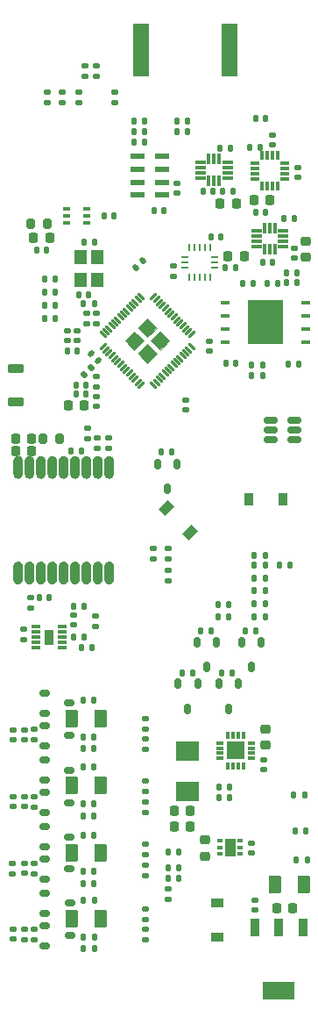
<source format=gtp>
%TF.GenerationSoftware,KiCad,Pcbnew,(6.0.1)*%
%TF.CreationDate,2022-09-22T22:33:37+02:00*%
%TF.ProjectId,kp-ptr,6b702d70-7472-42e6-9b69-6361645f7063,rev?*%
%TF.SameCoordinates,Original*%
%TF.FileFunction,Paste,Top*%
%TF.FilePolarity,Positive*%
%FSLAX46Y46*%
G04 Gerber Fmt 4.6, Leading zero omitted, Abs format (unit mm)*
G04 Created by KiCad (PCBNEW (6.0.1)) date 2022-09-22 22:33:37*
%MOMM*%
%LPD*%
G01*
G04 APERTURE LIST*
G04 Aperture macros list*
%AMRoundRect*
0 Rectangle with rounded corners*
0 $1 Rounding radius*
0 $2 $3 $4 $5 $6 $7 $8 $9 X,Y pos of 4 corners*
0 Add a 4 corners polygon primitive as box body*
4,1,4,$2,$3,$4,$5,$6,$7,$8,$9,$2,$3,0*
0 Add four circle primitives for the rounded corners*
1,1,$1+$1,$2,$3*
1,1,$1+$1,$4,$5*
1,1,$1+$1,$6,$7*
1,1,$1+$1,$8,$9*
0 Add four rect primitives between the rounded corners*
20,1,$1+$1,$2,$3,$4,$5,0*
20,1,$1+$1,$4,$5,$6,$7,0*
20,1,$1+$1,$6,$7,$8,$9,0*
20,1,$1+$1,$8,$9,$2,$3,0*%
%AMRotRect*
0 Rectangle, with rotation*
0 The origin of the aperture is its center*
0 $1 length*
0 $2 width*
0 $3 Rotation angle, in degrees counterclockwise*
0 Add horizontal line*
21,1,$1,$2,0,0,$3*%
G04 Aperture macros list end*
%ADD10C,0.010000*%
%ADD11C,0.000100*%
%ADD12RoundRect,0.147500X0.147500X0.172500X-0.147500X0.172500X-0.147500X-0.172500X0.147500X-0.172500X0*%
%ADD13RoundRect,0.135000X-0.135000X-0.185000X0.135000X-0.185000X0.135000X0.185000X-0.135000X0.185000X0*%
%ADD14RoundRect,0.135000X0.135000X0.185000X-0.135000X0.185000X-0.135000X-0.185000X0.135000X-0.185000X0*%
%ADD15RoundRect,0.135000X-0.185000X0.135000X-0.185000X-0.135000X0.185000X-0.135000X0.185000X0.135000X0*%
%ADD16RoundRect,0.175000X-0.325000X-0.175000X0.325000X-0.175000X0.325000X0.175000X-0.325000X0.175000X0*%
%ADD17RoundRect,0.140000X0.170000X-0.140000X0.170000X0.140000X-0.170000X0.140000X-0.170000X-0.140000X0*%
%ADD18RoundRect,0.135000X0.185000X-0.135000X0.185000X0.135000X-0.185000X0.135000X-0.185000X-0.135000X0*%
%ADD19RoundRect,0.225000X0.225000X0.250000X-0.225000X0.250000X-0.225000X-0.250000X0.225000X-0.250000X0*%
%ADD20R,0.800000X0.300000*%
%ADD21R,0.300000X0.800000*%
%ADD22R,1.750000X1.750000*%
%ADD23RoundRect,0.250000X0.375000X0.625000X-0.375000X0.625000X-0.375000X-0.625000X0.375000X-0.625000X0*%
%ADD24RoundRect,0.140000X0.140000X0.170000X-0.140000X0.170000X-0.140000X-0.170000X0.140000X-0.170000X0*%
%ADD25RoundRect,0.140000X-0.170000X0.140000X-0.170000X-0.140000X0.170000X-0.140000X0.170000X0.140000X0*%
%ADD26R,0.650000X0.400000*%
%ADD27R,1.150000X1.400000*%
%ADD28RoundRect,0.225000X-0.250000X0.225000X-0.250000X-0.225000X0.250000X-0.225000X0.250000X0.225000X0*%
%ADD29RoundRect,0.147500X-0.172500X0.147500X-0.172500X-0.147500X0.172500X-0.147500X0.172500X0.147500X0*%
%ADD30R,0.609600X0.304800*%
%ADD31R,1.092200X1.701800*%
%ADD32R,0.250000X0.728000*%
%ADD33R,0.728000X0.250000*%
%ADD34R,0.728000X0.252000*%
%ADD35R,0.728000X0.260000*%
%ADD36R,0.252000X0.728000*%
%ADD37RoundRect,0.250000X-0.375000X-0.625000X0.375000X-0.625000X0.375000X0.625000X-0.375000X0.625000X0*%
%ADD38RoundRect,0.140000X-0.140000X-0.170000X0.140000X-0.170000X0.140000X0.170000X-0.140000X0.170000X0*%
%ADD39RoundRect,0.008100X0.386900X0.126900X-0.386900X0.126900X-0.386900X-0.126900X0.386900X-0.126900X0*%
%ADD40R,0.950000X0.450000*%
%ADD41R,3.450000X4.350000*%
%ADD42RoundRect,0.147500X-0.147500X-0.172500X0.147500X-0.172500X0.147500X0.172500X-0.147500X0.172500X0*%
%ADD43RoundRect,0.175000X-0.175000X0.325000X-0.175000X-0.325000X0.175000X-0.325000X0.175000X0.325000X0*%
%ADD44RoundRect,0.200000X-0.600000X0.200000X-0.600000X-0.200000X0.600000X-0.200000X0.600000X0.200000X0*%
%ADD45R,0.900000X1.200000*%
%ADD46RoundRect,0.140000X0.021213X-0.219203X0.219203X-0.021213X-0.021213X0.219203X-0.219203X0.021213X0*%
%ADD47RoundRect,0.006600X-0.208597X-0.354826X0.354826X0.208597X0.208597X0.354826X-0.354826X-0.208597X0*%
%ADD48RoundRect,0.022000X0.208597X-0.333047X0.333047X-0.208597X-0.208597X0.333047X-0.333047X0.208597X0*%
%ADD49RoundRect,0.200000X-0.200000X-0.275000X0.200000X-0.275000X0.200000X0.275000X-0.200000X0.275000X0*%
%ADD50R,0.300000X0.855000*%
%ADD51R,0.855000X0.300000*%
%ADD52RoundRect,0.225000X0.250000X-0.225000X0.250000X0.225000X-0.250000X0.225000X-0.250000X-0.225000X0*%
%ADD53RoundRect,0.021200X0.633800X0.243800X-0.633800X0.243800X-0.633800X-0.243800X0.633800X-0.243800X0*%
%ADD54R,1.200000X0.900000*%
%ADD55RoundRect,0.147500X0.017678X-0.226274X0.226274X-0.017678X-0.017678X0.226274X-0.226274X0.017678X0*%
%ADD56RoundRect,0.225000X-0.225000X-0.250000X0.225000X-0.250000X0.225000X0.250000X-0.225000X0.250000X0*%
%ADD57R,2.200000X1.900000*%
%ADD58RoundRect,0.200000X0.200000X0.275000X-0.200000X0.275000X-0.200000X-0.275000X0.200000X-0.275000X0*%
%ADD59RotRect,0.900000X1.200000X135.000000*%
%ADD60R,0.850800X1.761200*%
%ADD61R,3.150799X1.761200*%
%ADD62RoundRect,0.140000X0.219203X0.021213X0.021213X0.219203X-0.219203X-0.021213X-0.021213X-0.219203X0*%
%ADD63RoundRect,0.150000X-0.512500X-0.150000X0.512500X-0.150000X0.512500X0.150000X-0.512500X0.150000X0*%
%ADD64RoundRect,0.031500X-0.430000X-0.143500X0.430000X-0.143500X0.430000X0.143500X-0.430000X0.143500X0*%
%ADD65RoundRect,0.031500X0.143500X-0.428000X0.143500X0.428000X-0.143500X0.428000X-0.143500X-0.428000X0*%
%ADD66RoundRect,0.031500X0.430000X0.143500X-0.430000X0.143500X-0.430000X-0.143500X0.430000X-0.143500X0*%
%ADD67RoundRect,0.031500X-0.143500X0.428000X-0.143500X-0.428000X0.143500X-0.428000X0.143500X0.428000X0*%
%ADD68R,1.500000X5.080000*%
G04 APERTURE END LIST*
D10*
%TO.C,U7*%
X146059000Y-91856000D02*
X145279000Y-91856000D01*
X145279000Y-91856000D02*
X145279000Y-90516000D01*
X145279000Y-90516000D02*
X146059000Y-90516000D01*
X146059000Y-90516000D02*
X146059000Y-91856000D01*
G36*
X146059000Y-91856000D02*
G01*
X145279000Y-91856000D01*
X145279000Y-90516000D01*
X146059000Y-90516000D01*
X146059000Y-91856000D01*
G37*
X146059000Y-91856000D02*
X145279000Y-91856000D01*
X145279000Y-90516000D01*
X146059000Y-90516000D01*
X146059000Y-91856000D01*
%TO.C,U1*%
X154295974Y-63855508D02*
X155194000Y-62957482D01*
X155194000Y-62957482D02*
X156092026Y-63855508D01*
X156092026Y-63855508D02*
X155194000Y-64753534D01*
X155194000Y-64753534D02*
X154295974Y-63855508D01*
G36*
X156092026Y-63855508D02*
G01*
X155194000Y-64753534D01*
X154295974Y-63855508D01*
X155194000Y-62957482D01*
X156092026Y-63855508D01*
G37*
X156092026Y-63855508D02*
X155194000Y-64753534D01*
X154295974Y-63855508D01*
X155194000Y-62957482D01*
X156092026Y-63855508D01*
X153051466Y-62611000D02*
X153949492Y-61712974D01*
X153949492Y-61712974D02*
X154847518Y-62611000D01*
X154847518Y-62611000D02*
X153949492Y-63509026D01*
X153949492Y-63509026D02*
X153051466Y-62611000D01*
G36*
X154847518Y-62611000D02*
G01*
X153949492Y-63509026D01*
X153051466Y-62611000D01*
X153949492Y-61712974D01*
X154847518Y-62611000D01*
G37*
X154847518Y-62611000D02*
X153949492Y-63509026D01*
X153051466Y-62611000D01*
X153949492Y-61712974D01*
X154847518Y-62611000D01*
X154295974Y-61366492D02*
X155194000Y-60468466D01*
X155194000Y-60468466D02*
X156092026Y-61366492D01*
X156092026Y-61366492D02*
X155194000Y-62264518D01*
X155194000Y-62264518D02*
X154295974Y-61366492D01*
G36*
X156092026Y-61366492D02*
G01*
X155194000Y-62264518D01*
X154295974Y-61366492D01*
X155194000Y-60468466D01*
X156092026Y-61366492D01*
G37*
X156092026Y-61366492D02*
X155194000Y-62264518D01*
X154295974Y-61366492D01*
X155194000Y-60468466D01*
X156092026Y-61366492D01*
X155540482Y-62611000D02*
X156438508Y-61712974D01*
X156438508Y-61712974D02*
X157336534Y-62611000D01*
X157336534Y-62611000D02*
X156438508Y-63509026D01*
X156438508Y-63509026D02*
X155540482Y-62611000D01*
G36*
X157336534Y-62611000D02*
G01*
X156438508Y-63509026D01*
X155540482Y-62611000D01*
X156438508Y-61712974D01*
X157336534Y-62611000D01*
G37*
X157336534Y-62611000D02*
X156438508Y-63509026D01*
X155540482Y-62611000D01*
X156438508Y-61712974D01*
X157336534Y-62611000D01*
D11*
%TO.C,U6*%
X150766000Y-84983000D02*
X150766000Y-85633000D01*
X150766000Y-85633000D02*
X150764000Y-85675000D01*
X150764000Y-85675000D02*
X150757000Y-85716000D01*
X150757000Y-85716000D02*
X150746000Y-85757000D01*
X150746000Y-85757000D02*
X150731000Y-85796000D01*
X150731000Y-85796000D02*
X150712000Y-85833000D01*
X150712000Y-85833000D02*
X150690000Y-85868000D01*
X150690000Y-85868000D02*
X150663000Y-85901000D01*
X150663000Y-85901000D02*
X150634000Y-85930000D01*
X150634000Y-85930000D02*
X150601000Y-85957000D01*
X150601000Y-85957000D02*
X150566000Y-85979000D01*
X150566000Y-85979000D02*
X150529000Y-85998000D01*
X150529000Y-85998000D02*
X150490000Y-86013000D01*
X150490000Y-86013000D02*
X150449000Y-86024000D01*
X150449000Y-86024000D02*
X150408000Y-86031000D01*
X150408000Y-86031000D02*
X150366000Y-86033000D01*
X150366000Y-86033000D02*
X150324000Y-86031000D01*
X150324000Y-86031000D02*
X150283000Y-86024000D01*
X150283000Y-86024000D02*
X150242000Y-86013000D01*
X150242000Y-86013000D02*
X150203000Y-85998000D01*
X150203000Y-85998000D02*
X150166000Y-85979000D01*
X150166000Y-85979000D02*
X150131000Y-85957000D01*
X150131000Y-85957000D02*
X150098000Y-85930000D01*
X150098000Y-85930000D02*
X150069000Y-85901000D01*
X150069000Y-85901000D02*
X150042000Y-85868000D01*
X150042000Y-85868000D02*
X150020000Y-85833000D01*
X150020000Y-85833000D02*
X150001000Y-85796000D01*
X150001000Y-85796000D02*
X149986000Y-85757000D01*
X149986000Y-85757000D02*
X149975000Y-85716000D01*
X149975000Y-85716000D02*
X149968000Y-85675000D01*
X149968000Y-85675000D02*
X149966000Y-85633000D01*
X149966000Y-85633000D02*
X149966000Y-84333000D01*
X149966000Y-84333000D02*
X149968000Y-84291000D01*
X149968000Y-84291000D02*
X149975000Y-84250000D01*
X149975000Y-84250000D02*
X149986000Y-84209000D01*
X149986000Y-84209000D02*
X150001000Y-84170000D01*
X150001000Y-84170000D02*
X150020000Y-84133000D01*
X150020000Y-84133000D02*
X150042000Y-84098000D01*
X150042000Y-84098000D02*
X150069000Y-84065000D01*
X150069000Y-84065000D02*
X150098000Y-84036000D01*
X150098000Y-84036000D02*
X150131000Y-84009000D01*
X150131000Y-84009000D02*
X150166000Y-83987000D01*
X150166000Y-83987000D02*
X150203000Y-83968000D01*
X150203000Y-83968000D02*
X150242000Y-83953000D01*
X150242000Y-83953000D02*
X150283000Y-83942000D01*
X150283000Y-83942000D02*
X150324000Y-83935000D01*
X150324000Y-83935000D02*
X150366000Y-83933000D01*
X150366000Y-83933000D02*
X150408000Y-83935000D01*
X150408000Y-83935000D02*
X150449000Y-83942000D01*
X150449000Y-83942000D02*
X150490000Y-83953000D01*
X150490000Y-83953000D02*
X150529000Y-83968000D01*
X150529000Y-83968000D02*
X150566000Y-83987000D01*
X150566000Y-83987000D02*
X150601000Y-84009000D01*
X150601000Y-84009000D02*
X150634000Y-84036000D01*
X150634000Y-84036000D02*
X150663000Y-84065000D01*
X150663000Y-84065000D02*
X150690000Y-84098000D01*
X150690000Y-84098000D02*
X150712000Y-84133000D01*
X150712000Y-84133000D02*
X150731000Y-84170000D01*
X150731000Y-84170000D02*
X150746000Y-84209000D01*
X150746000Y-84209000D02*
X150757000Y-84250000D01*
X150757000Y-84250000D02*
X150764000Y-84291000D01*
X150764000Y-84291000D02*
X150766000Y-84333000D01*
X150766000Y-84333000D02*
X150766000Y-84983000D01*
X150766000Y-84983000D02*
X150766000Y-84983000D01*
G36*
X150408000Y-83935000D02*
G01*
X150449000Y-83942000D01*
X150490000Y-83953000D01*
X150529000Y-83968000D01*
X150566000Y-83987000D01*
X150601000Y-84009000D01*
X150634000Y-84036000D01*
X150663000Y-84065000D01*
X150690000Y-84098000D01*
X150712000Y-84133000D01*
X150731000Y-84170000D01*
X150746000Y-84209000D01*
X150757000Y-84250000D01*
X150764000Y-84291000D01*
X150766000Y-84333000D01*
X150766000Y-85633000D01*
X150764000Y-85675000D01*
X150757000Y-85716000D01*
X150746000Y-85757000D01*
X150731000Y-85796000D01*
X150712000Y-85833000D01*
X150690000Y-85868000D01*
X150663000Y-85901000D01*
X150634000Y-85930000D01*
X150601000Y-85957000D01*
X150566000Y-85979000D01*
X150529000Y-85998000D01*
X150490000Y-86013000D01*
X150449000Y-86024000D01*
X150408000Y-86031000D01*
X150366000Y-86033000D01*
X150324000Y-86031000D01*
X150283000Y-86024000D01*
X150242000Y-86013000D01*
X150203000Y-85998000D01*
X150166000Y-85979000D01*
X150131000Y-85957000D01*
X150098000Y-85930000D01*
X150069000Y-85901000D01*
X150042000Y-85868000D01*
X150020000Y-85833000D01*
X150001000Y-85796000D01*
X149986000Y-85757000D01*
X149975000Y-85716000D01*
X149968000Y-85675000D01*
X149966000Y-85633000D01*
X149966000Y-84333000D01*
X149968000Y-84291000D01*
X149975000Y-84250000D01*
X149986000Y-84209000D01*
X150001000Y-84170000D01*
X150020000Y-84133000D01*
X150042000Y-84098000D01*
X150069000Y-84065000D01*
X150098000Y-84036000D01*
X150131000Y-84009000D01*
X150166000Y-83987000D01*
X150203000Y-83968000D01*
X150242000Y-83953000D01*
X150283000Y-83942000D01*
X150324000Y-83935000D01*
X150366000Y-83933000D01*
X150408000Y-83935000D01*
G37*
X150408000Y-83935000D02*
X150449000Y-83942000D01*
X150490000Y-83953000D01*
X150529000Y-83968000D01*
X150566000Y-83987000D01*
X150601000Y-84009000D01*
X150634000Y-84036000D01*
X150663000Y-84065000D01*
X150690000Y-84098000D01*
X150712000Y-84133000D01*
X150731000Y-84170000D01*
X150746000Y-84209000D01*
X150757000Y-84250000D01*
X150764000Y-84291000D01*
X150766000Y-84333000D01*
X150766000Y-85633000D01*
X150764000Y-85675000D01*
X150757000Y-85716000D01*
X150746000Y-85757000D01*
X150731000Y-85796000D01*
X150712000Y-85833000D01*
X150690000Y-85868000D01*
X150663000Y-85901000D01*
X150634000Y-85930000D01*
X150601000Y-85957000D01*
X150566000Y-85979000D01*
X150529000Y-85998000D01*
X150490000Y-86013000D01*
X150449000Y-86024000D01*
X150408000Y-86031000D01*
X150366000Y-86033000D01*
X150324000Y-86031000D01*
X150283000Y-86024000D01*
X150242000Y-86013000D01*
X150203000Y-85998000D01*
X150166000Y-85979000D01*
X150131000Y-85957000D01*
X150098000Y-85930000D01*
X150069000Y-85901000D01*
X150042000Y-85868000D01*
X150020000Y-85833000D01*
X150001000Y-85796000D01*
X149986000Y-85757000D01*
X149975000Y-85716000D01*
X149968000Y-85675000D01*
X149966000Y-85633000D01*
X149966000Y-84333000D01*
X149968000Y-84291000D01*
X149975000Y-84250000D01*
X149986000Y-84209000D01*
X150001000Y-84170000D01*
X150020000Y-84133000D01*
X150042000Y-84098000D01*
X150069000Y-84065000D01*
X150098000Y-84036000D01*
X150131000Y-84009000D01*
X150166000Y-83987000D01*
X150203000Y-83968000D01*
X150242000Y-83953000D01*
X150283000Y-83942000D01*
X150324000Y-83935000D01*
X150366000Y-83933000D01*
X150408000Y-83935000D01*
X150766000Y-74783000D02*
X150766000Y-75433000D01*
X150766000Y-75433000D02*
X150764000Y-75475000D01*
X150764000Y-75475000D02*
X150757000Y-75516000D01*
X150757000Y-75516000D02*
X150746000Y-75557000D01*
X150746000Y-75557000D02*
X150731000Y-75596000D01*
X150731000Y-75596000D02*
X150712000Y-75633000D01*
X150712000Y-75633000D02*
X150690000Y-75668000D01*
X150690000Y-75668000D02*
X150663000Y-75701000D01*
X150663000Y-75701000D02*
X150634000Y-75730000D01*
X150634000Y-75730000D02*
X150601000Y-75757000D01*
X150601000Y-75757000D02*
X150566000Y-75779000D01*
X150566000Y-75779000D02*
X150529000Y-75798000D01*
X150529000Y-75798000D02*
X150490000Y-75813000D01*
X150490000Y-75813000D02*
X150449000Y-75824000D01*
X150449000Y-75824000D02*
X150408000Y-75831000D01*
X150408000Y-75831000D02*
X150366000Y-75833000D01*
X150366000Y-75833000D02*
X150324000Y-75831000D01*
X150324000Y-75831000D02*
X150283000Y-75824000D01*
X150283000Y-75824000D02*
X150242000Y-75813000D01*
X150242000Y-75813000D02*
X150203000Y-75798000D01*
X150203000Y-75798000D02*
X150166000Y-75779000D01*
X150166000Y-75779000D02*
X150131000Y-75757000D01*
X150131000Y-75757000D02*
X150098000Y-75730000D01*
X150098000Y-75730000D02*
X150069000Y-75701000D01*
X150069000Y-75701000D02*
X150042000Y-75668000D01*
X150042000Y-75668000D02*
X150020000Y-75633000D01*
X150020000Y-75633000D02*
X150001000Y-75596000D01*
X150001000Y-75596000D02*
X149986000Y-75557000D01*
X149986000Y-75557000D02*
X149975000Y-75516000D01*
X149975000Y-75516000D02*
X149968000Y-75475000D01*
X149968000Y-75475000D02*
X149966000Y-75433000D01*
X149966000Y-75433000D02*
X149966000Y-74133000D01*
X149966000Y-74133000D02*
X149968000Y-74091000D01*
X149968000Y-74091000D02*
X149975000Y-74050000D01*
X149975000Y-74050000D02*
X149986000Y-74009000D01*
X149986000Y-74009000D02*
X150001000Y-73970000D01*
X150001000Y-73970000D02*
X150020000Y-73933000D01*
X150020000Y-73933000D02*
X150042000Y-73898000D01*
X150042000Y-73898000D02*
X150069000Y-73865000D01*
X150069000Y-73865000D02*
X150098000Y-73836000D01*
X150098000Y-73836000D02*
X150131000Y-73809000D01*
X150131000Y-73809000D02*
X150166000Y-73787000D01*
X150166000Y-73787000D02*
X150203000Y-73768000D01*
X150203000Y-73768000D02*
X150242000Y-73753000D01*
X150242000Y-73753000D02*
X150283000Y-73742000D01*
X150283000Y-73742000D02*
X150324000Y-73735000D01*
X150324000Y-73735000D02*
X150366000Y-73733000D01*
X150366000Y-73733000D02*
X150408000Y-73735000D01*
X150408000Y-73735000D02*
X150449000Y-73742000D01*
X150449000Y-73742000D02*
X150490000Y-73753000D01*
X150490000Y-73753000D02*
X150529000Y-73768000D01*
X150529000Y-73768000D02*
X150566000Y-73787000D01*
X150566000Y-73787000D02*
X150601000Y-73809000D01*
X150601000Y-73809000D02*
X150634000Y-73836000D01*
X150634000Y-73836000D02*
X150663000Y-73865000D01*
X150663000Y-73865000D02*
X150690000Y-73898000D01*
X150690000Y-73898000D02*
X150712000Y-73933000D01*
X150712000Y-73933000D02*
X150731000Y-73970000D01*
X150731000Y-73970000D02*
X150746000Y-74009000D01*
X150746000Y-74009000D02*
X150757000Y-74050000D01*
X150757000Y-74050000D02*
X150764000Y-74091000D01*
X150764000Y-74091000D02*
X150766000Y-74133000D01*
X150766000Y-74133000D02*
X150766000Y-74783000D01*
X150766000Y-74783000D02*
X150766000Y-74783000D01*
G36*
X150408000Y-73735000D02*
G01*
X150449000Y-73742000D01*
X150490000Y-73753000D01*
X150529000Y-73768000D01*
X150566000Y-73787000D01*
X150601000Y-73809000D01*
X150634000Y-73836000D01*
X150663000Y-73865000D01*
X150690000Y-73898000D01*
X150712000Y-73933000D01*
X150731000Y-73970000D01*
X150746000Y-74009000D01*
X150757000Y-74050000D01*
X150764000Y-74091000D01*
X150766000Y-74133000D01*
X150766000Y-75433000D01*
X150764000Y-75475000D01*
X150757000Y-75516000D01*
X150746000Y-75557000D01*
X150731000Y-75596000D01*
X150712000Y-75633000D01*
X150690000Y-75668000D01*
X150663000Y-75701000D01*
X150634000Y-75730000D01*
X150601000Y-75757000D01*
X150566000Y-75779000D01*
X150529000Y-75798000D01*
X150490000Y-75813000D01*
X150449000Y-75824000D01*
X150408000Y-75831000D01*
X150366000Y-75833000D01*
X150324000Y-75831000D01*
X150283000Y-75824000D01*
X150242000Y-75813000D01*
X150203000Y-75798000D01*
X150166000Y-75779000D01*
X150131000Y-75757000D01*
X150098000Y-75730000D01*
X150069000Y-75701000D01*
X150042000Y-75668000D01*
X150020000Y-75633000D01*
X150001000Y-75596000D01*
X149986000Y-75557000D01*
X149975000Y-75516000D01*
X149968000Y-75475000D01*
X149966000Y-75433000D01*
X149966000Y-74133000D01*
X149968000Y-74091000D01*
X149975000Y-74050000D01*
X149986000Y-74009000D01*
X150001000Y-73970000D01*
X150020000Y-73933000D01*
X150042000Y-73898000D01*
X150069000Y-73865000D01*
X150098000Y-73836000D01*
X150131000Y-73809000D01*
X150166000Y-73787000D01*
X150203000Y-73768000D01*
X150242000Y-73753000D01*
X150283000Y-73742000D01*
X150324000Y-73735000D01*
X150366000Y-73733000D01*
X150408000Y-73735000D01*
G37*
X150408000Y-73735000D02*
X150449000Y-73742000D01*
X150490000Y-73753000D01*
X150529000Y-73768000D01*
X150566000Y-73787000D01*
X150601000Y-73809000D01*
X150634000Y-73836000D01*
X150663000Y-73865000D01*
X150690000Y-73898000D01*
X150712000Y-73933000D01*
X150731000Y-73970000D01*
X150746000Y-74009000D01*
X150757000Y-74050000D01*
X150764000Y-74091000D01*
X150766000Y-74133000D01*
X150766000Y-75433000D01*
X150764000Y-75475000D01*
X150757000Y-75516000D01*
X150746000Y-75557000D01*
X150731000Y-75596000D01*
X150712000Y-75633000D01*
X150690000Y-75668000D01*
X150663000Y-75701000D01*
X150634000Y-75730000D01*
X150601000Y-75757000D01*
X150566000Y-75779000D01*
X150529000Y-75798000D01*
X150490000Y-75813000D01*
X150449000Y-75824000D01*
X150408000Y-75831000D01*
X150366000Y-75833000D01*
X150324000Y-75831000D01*
X150283000Y-75824000D01*
X150242000Y-75813000D01*
X150203000Y-75798000D01*
X150166000Y-75779000D01*
X150131000Y-75757000D01*
X150098000Y-75730000D01*
X150069000Y-75701000D01*
X150042000Y-75668000D01*
X150020000Y-75633000D01*
X150001000Y-75596000D01*
X149986000Y-75557000D01*
X149975000Y-75516000D01*
X149968000Y-75475000D01*
X149966000Y-75433000D01*
X149966000Y-74133000D01*
X149968000Y-74091000D01*
X149975000Y-74050000D01*
X149986000Y-74009000D01*
X150001000Y-73970000D01*
X150020000Y-73933000D01*
X150042000Y-73898000D01*
X150069000Y-73865000D01*
X150098000Y-73836000D01*
X150131000Y-73809000D01*
X150166000Y-73787000D01*
X150203000Y-73768000D01*
X150242000Y-73753000D01*
X150283000Y-73742000D01*
X150324000Y-73735000D01*
X150366000Y-73733000D01*
X150408000Y-73735000D01*
X149666000Y-84983000D02*
X149666000Y-85633000D01*
X149666000Y-85633000D02*
X149664000Y-85675000D01*
X149664000Y-85675000D02*
X149657000Y-85716000D01*
X149657000Y-85716000D02*
X149646000Y-85757000D01*
X149646000Y-85757000D02*
X149631000Y-85796000D01*
X149631000Y-85796000D02*
X149612000Y-85833000D01*
X149612000Y-85833000D02*
X149590000Y-85868000D01*
X149590000Y-85868000D02*
X149563000Y-85901000D01*
X149563000Y-85901000D02*
X149534000Y-85930000D01*
X149534000Y-85930000D02*
X149501000Y-85957000D01*
X149501000Y-85957000D02*
X149466000Y-85979000D01*
X149466000Y-85979000D02*
X149429000Y-85998000D01*
X149429000Y-85998000D02*
X149390000Y-86013000D01*
X149390000Y-86013000D02*
X149349000Y-86024000D01*
X149349000Y-86024000D02*
X149308000Y-86031000D01*
X149308000Y-86031000D02*
X149266000Y-86033000D01*
X149266000Y-86033000D02*
X149224000Y-86031000D01*
X149224000Y-86031000D02*
X149183000Y-86024000D01*
X149183000Y-86024000D02*
X149142000Y-86013000D01*
X149142000Y-86013000D02*
X149103000Y-85998000D01*
X149103000Y-85998000D02*
X149066000Y-85979000D01*
X149066000Y-85979000D02*
X149031000Y-85957000D01*
X149031000Y-85957000D02*
X148998000Y-85930000D01*
X148998000Y-85930000D02*
X148969000Y-85901000D01*
X148969000Y-85901000D02*
X148942000Y-85868000D01*
X148942000Y-85868000D02*
X148920000Y-85833000D01*
X148920000Y-85833000D02*
X148901000Y-85796000D01*
X148901000Y-85796000D02*
X148886000Y-85757000D01*
X148886000Y-85757000D02*
X148875000Y-85716000D01*
X148875000Y-85716000D02*
X148868000Y-85675000D01*
X148868000Y-85675000D02*
X148866000Y-85633000D01*
X148866000Y-85633000D02*
X148866000Y-84333000D01*
X148866000Y-84333000D02*
X148868000Y-84291000D01*
X148868000Y-84291000D02*
X148875000Y-84250000D01*
X148875000Y-84250000D02*
X148886000Y-84209000D01*
X148886000Y-84209000D02*
X148901000Y-84170000D01*
X148901000Y-84170000D02*
X148920000Y-84133000D01*
X148920000Y-84133000D02*
X148942000Y-84098000D01*
X148942000Y-84098000D02*
X148969000Y-84065000D01*
X148969000Y-84065000D02*
X148998000Y-84036000D01*
X148998000Y-84036000D02*
X149031000Y-84009000D01*
X149031000Y-84009000D02*
X149066000Y-83987000D01*
X149066000Y-83987000D02*
X149103000Y-83968000D01*
X149103000Y-83968000D02*
X149142000Y-83953000D01*
X149142000Y-83953000D02*
X149183000Y-83942000D01*
X149183000Y-83942000D02*
X149224000Y-83935000D01*
X149224000Y-83935000D02*
X149266000Y-83933000D01*
X149266000Y-83933000D02*
X149308000Y-83935000D01*
X149308000Y-83935000D02*
X149349000Y-83942000D01*
X149349000Y-83942000D02*
X149390000Y-83953000D01*
X149390000Y-83953000D02*
X149429000Y-83968000D01*
X149429000Y-83968000D02*
X149466000Y-83987000D01*
X149466000Y-83987000D02*
X149501000Y-84009000D01*
X149501000Y-84009000D02*
X149534000Y-84036000D01*
X149534000Y-84036000D02*
X149563000Y-84065000D01*
X149563000Y-84065000D02*
X149590000Y-84098000D01*
X149590000Y-84098000D02*
X149612000Y-84133000D01*
X149612000Y-84133000D02*
X149631000Y-84170000D01*
X149631000Y-84170000D02*
X149646000Y-84209000D01*
X149646000Y-84209000D02*
X149657000Y-84250000D01*
X149657000Y-84250000D02*
X149664000Y-84291000D01*
X149664000Y-84291000D02*
X149666000Y-84333000D01*
X149666000Y-84333000D02*
X149666000Y-84983000D01*
X149666000Y-84983000D02*
X149666000Y-84983000D01*
G36*
X149308000Y-83935000D02*
G01*
X149349000Y-83942000D01*
X149390000Y-83953000D01*
X149429000Y-83968000D01*
X149466000Y-83987000D01*
X149501000Y-84009000D01*
X149534000Y-84036000D01*
X149563000Y-84065000D01*
X149590000Y-84098000D01*
X149612000Y-84133000D01*
X149631000Y-84170000D01*
X149646000Y-84209000D01*
X149657000Y-84250000D01*
X149664000Y-84291000D01*
X149666000Y-84333000D01*
X149666000Y-85633000D01*
X149664000Y-85675000D01*
X149657000Y-85716000D01*
X149646000Y-85757000D01*
X149631000Y-85796000D01*
X149612000Y-85833000D01*
X149590000Y-85868000D01*
X149563000Y-85901000D01*
X149534000Y-85930000D01*
X149501000Y-85957000D01*
X149466000Y-85979000D01*
X149429000Y-85998000D01*
X149390000Y-86013000D01*
X149349000Y-86024000D01*
X149308000Y-86031000D01*
X149266000Y-86033000D01*
X149224000Y-86031000D01*
X149183000Y-86024000D01*
X149142000Y-86013000D01*
X149103000Y-85998000D01*
X149066000Y-85979000D01*
X149031000Y-85957000D01*
X148998000Y-85930000D01*
X148969000Y-85901000D01*
X148942000Y-85868000D01*
X148920000Y-85833000D01*
X148901000Y-85796000D01*
X148886000Y-85757000D01*
X148875000Y-85716000D01*
X148868000Y-85675000D01*
X148866000Y-85633000D01*
X148866000Y-84333000D01*
X148868000Y-84291000D01*
X148875000Y-84250000D01*
X148886000Y-84209000D01*
X148901000Y-84170000D01*
X148920000Y-84133000D01*
X148942000Y-84098000D01*
X148969000Y-84065000D01*
X148998000Y-84036000D01*
X149031000Y-84009000D01*
X149066000Y-83987000D01*
X149103000Y-83968000D01*
X149142000Y-83953000D01*
X149183000Y-83942000D01*
X149224000Y-83935000D01*
X149266000Y-83933000D01*
X149308000Y-83935000D01*
G37*
X149308000Y-83935000D02*
X149349000Y-83942000D01*
X149390000Y-83953000D01*
X149429000Y-83968000D01*
X149466000Y-83987000D01*
X149501000Y-84009000D01*
X149534000Y-84036000D01*
X149563000Y-84065000D01*
X149590000Y-84098000D01*
X149612000Y-84133000D01*
X149631000Y-84170000D01*
X149646000Y-84209000D01*
X149657000Y-84250000D01*
X149664000Y-84291000D01*
X149666000Y-84333000D01*
X149666000Y-85633000D01*
X149664000Y-85675000D01*
X149657000Y-85716000D01*
X149646000Y-85757000D01*
X149631000Y-85796000D01*
X149612000Y-85833000D01*
X149590000Y-85868000D01*
X149563000Y-85901000D01*
X149534000Y-85930000D01*
X149501000Y-85957000D01*
X149466000Y-85979000D01*
X149429000Y-85998000D01*
X149390000Y-86013000D01*
X149349000Y-86024000D01*
X149308000Y-86031000D01*
X149266000Y-86033000D01*
X149224000Y-86031000D01*
X149183000Y-86024000D01*
X149142000Y-86013000D01*
X149103000Y-85998000D01*
X149066000Y-85979000D01*
X149031000Y-85957000D01*
X148998000Y-85930000D01*
X148969000Y-85901000D01*
X148942000Y-85868000D01*
X148920000Y-85833000D01*
X148901000Y-85796000D01*
X148886000Y-85757000D01*
X148875000Y-85716000D01*
X148868000Y-85675000D01*
X148866000Y-85633000D01*
X148866000Y-84333000D01*
X148868000Y-84291000D01*
X148875000Y-84250000D01*
X148886000Y-84209000D01*
X148901000Y-84170000D01*
X148920000Y-84133000D01*
X148942000Y-84098000D01*
X148969000Y-84065000D01*
X148998000Y-84036000D01*
X149031000Y-84009000D01*
X149066000Y-83987000D01*
X149103000Y-83968000D01*
X149142000Y-83953000D01*
X149183000Y-83942000D01*
X149224000Y-83935000D01*
X149266000Y-83933000D01*
X149308000Y-83935000D01*
X151866000Y-84983000D02*
X151866000Y-85633000D01*
X151866000Y-85633000D02*
X151864000Y-85675000D01*
X151864000Y-85675000D02*
X151857000Y-85716000D01*
X151857000Y-85716000D02*
X151846000Y-85757000D01*
X151846000Y-85757000D02*
X151831000Y-85796000D01*
X151831000Y-85796000D02*
X151812000Y-85833000D01*
X151812000Y-85833000D02*
X151790000Y-85868000D01*
X151790000Y-85868000D02*
X151763000Y-85901000D01*
X151763000Y-85901000D02*
X151734000Y-85930000D01*
X151734000Y-85930000D02*
X151701000Y-85957000D01*
X151701000Y-85957000D02*
X151666000Y-85979000D01*
X151666000Y-85979000D02*
X151629000Y-85998000D01*
X151629000Y-85998000D02*
X151590000Y-86013000D01*
X151590000Y-86013000D02*
X151549000Y-86024000D01*
X151549000Y-86024000D02*
X151508000Y-86031000D01*
X151508000Y-86031000D02*
X151466000Y-86033000D01*
X151466000Y-86033000D02*
X151424000Y-86031000D01*
X151424000Y-86031000D02*
X151383000Y-86024000D01*
X151383000Y-86024000D02*
X151342000Y-86013000D01*
X151342000Y-86013000D02*
X151303000Y-85998000D01*
X151303000Y-85998000D02*
X151266000Y-85979000D01*
X151266000Y-85979000D02*
X151231000Y-85957000D01*
X151231000Y-85957000D02*
X151198000Y-85930000D01*
X151198000Y-85930000D02*
X151169000Y-85901000D01*
X151169000Y-85901000D02*
X151142000Y-85868000D01*
X151142000Y-85868000D02*
X151120000Y-85833000D01*
X151120000Y-85833000D02*
X151101000Y-85796000D01*
X151101000Y-85796000D02*
X151086000Y-85757000D01*
X151086000Y-85757000D02*
X151075000Y-85716000D01*
X151075000Y-85716000D02*
X151068000Y-85675000D01*
X151068000Y-85675000D02*
X151066000Y-85633000D01*
X151066000Y-85633000D02*
X151066000Y-84333000D01*
X151066000Y-84333000D02*
X151068000Y-84291000D01*
X151068000Y-84291000D02*
X151075000Y-84250000D01*
X151075000Y-84250000D02*
X151086000Y-84209000D01*
X151086000Y-84209000D02*
X151101000Y-84170000D01*
X151101000Y-84170000D02*
X151120000Y-84133000D01*
X151120000Y-84133000D02*
X151142000Y-84098000D01*
X151142000Y-84098000D02*
X151169000Y-84065000D01*
X151169000Y-84065000D02*
X151198000Y-84036000D01*
X151198000Y-84036000D02*
X151231000Y-84009000D01*
X151231000Y-84009000D02*
X151266000Y-83987000D01*
X151266000Y-83987000D02*
X151303000Y-83968000D01*
X151303000Y-83968000D02*
X151342000Y-83953000D01*
X151342000Y-83953000D02*
X151383000Y-83942000D01*
X151383000Y-83942000D02*
X151424000Y-83935000D01*
X151424000Y-83935000D02*
X151466000Y-83933000D01*
X151466000Y-83933000D02*
X151508000Y-83935000D01*
X151508000Y-83935000D02*
X151549000Y-83942000D01*
X151549000Y-83942000D02*
X151590000Y-83953000D01*
X151590000Y-83953000D02*
X151629000Y-83968000D01*
X151629000Y-83968000D02*
X151666000Y-83987000D01*
X151666000Y-83987000D02*
X151701000Y-84009000D01*
X151701000Y-84009000D02*
X151734000Y-84036000D01*
X151734000Y-84036000D02*
X151763000Y-84065000D01*
X151763000Y-84065000D02*
X151790000Y-84098000D01*
X151790000Y-84098000D02*
X151812000Y-84133000D01*
X151812000Y-84133000D02*
X151831000Y-84170000D01*
X151831000Y-84170000D02*
X151846000Y-84209000D01*
X151846000Y-84209000D02*
X151857000Y-84250000D01*
X151857000Y-84250000D02*
X151864000Y-84291000D01*
X151864000Y-84291000D02*
X151866000Y-84333000D01*
X151866000Y-84333000D02*
X151866000Y-84983000D01*
X151866000Y-84983000D02*
X151866000Y-84983000D01*
G36*
X151508000Y-83935000D02*
G01*
X151549000Y-83942000D01*
X151590000Y-83953000D01*
X151629000Y-83968000D01*
X151666000Y-83987000D01*
X151701000Y-84009000D01*
X151734000Y-84036000D01*
X151763000Y-84065000D01*
X151790000Y-84098000D01*
X151812000Y-84133000D01*
X151831000Y-84170000D01*
X151846000Y-84209000D01*
X151857000Y-84250000D01*
X151864000Y-84291000D01*
X151866000Y-84333000D01*
X151866000Y-85633000D01*
X151864000Y-85675000D01*
X151857000Y-85716000D01*
X151846000Y-85757000D01*
X151831000Y-85796000D01*
X151812000Y-85833000D01*
X151790000Y-85868000D01*
X151763000Y-85901000D01*
X151734000Y-85930000D01*
X151701000Y-85957000D01*
X151666000Y-85979000D01*
X151629000Y-85998000D01*
X151590000Y-86013000D01*
X151549000Y-86024000D01*
X151508000Y-86031000D01*
X151466000Y-86033000D01*
X151424000Y-86031000D01*
X151383000Y-86024000D01*
X151342000Y-86013000D01*
X151303000Y-85998000D01*
X151266000Y-85979000D01*
X151231000Y-85957000D01*
X151198000Y-85930000D01*
X151169000Y-85901000D01*
X151142000Y-85868000D01*
X151120000Y-85833000D01*
X151101000Y-85796000D01*
X151086000Y-85757000D01*
X151075000Y-85716000D01*
X151068000Y-85675000D01*
X151066000Y-85633000D01*
X151066000Y-84333000D01*
X151068000Y-84291000D01*
X151075000Y-84250000D01*
X151086000Y-84209000D01*
X151101000Y-84170000D01*
X151120000Y-84133000D01*
X151142000Y-84098000D01*
X151169000Y-84065000D01*
X151198000Y-84036000D01*
X151231000Y-84009000D01*
X151266000Y-83987000D01*
X151303000Y-83968000D01*
X151342000Y-83953000D01*
X151383000Y-83942000D01*
X151424000Y-83935000D01*
X151466000Y-83933000D01*
X151508000Y-83935000D01*
G37*
X151508000Y-83935000D02*
X151549000Y-83942000D01*
X151590000Y-83953000D01*
X151629000Y-83968000D01*
X151666000Y-83987000D01*
X151701000Y-84009000D01*
X151734000Y-84036000D01*
X151763000Y-84065000D01*
X151790000Y-84098000D01*
X151812000Y-84133000D01*
X151831000Y-84170000D01*
X151846000Y-84209000D01*
X151857000Y-84250000D01*
X151864000Y-84291000D01*
X151866000Y-84333000D01*
X151866000Y-85633000D01*
X151864000Y-85675000D01*
X151857000Y-85716000D01*
X151846000Y-85757000D01*
X151831000Y-85796000D01*
X151812000Y-85833000D01*
X151790000Y-85868000D01*
X151763000Y-85901000D01*
X151734000Y-85930000D01*
X151701000Y-85957000D01*
X151666000Y-85979000D01*
X151629000Y-85998000D01*
X151590000Y-86013000D01*
X151549000Y-86024000D01*
X151508000Y-86031000D01*
X151466000Y-86033000D01*
X151424000Y-86031000D01*
X151383000Y-86024000D01*
X151342000Y-86013000D01*
X151303000Y-85998000D01*
X151266000Y-85979000D01*
X151231000Y-85957000D01*
X151198000Y-85930000D01*
X151169000Y-85901000D01*
X151142000Y-85868000D01*
X151120000Y-85833000D01*
X151101000Y-85796000D01*
X151086000Y-85757000D01*
X151075000Y-85716000D01*
X151068000Y-85675000D01*
X151066000Y-85633000D01*
X151066000Y-84333000D01*
X151068000Y-84291000D01*
X151075000Y-84250000D01*
X151086000Y-84209000D01*
X151101000Y-84170000D01*
X151120000Y-84133000D01*
X151142000Y-84098000D01*
X151169000Y-84065000D01*
X151198000Y-84036000D01*
X151231000Y-84009000D01*
X151266000Y-83987000D01*
X151303000Y-83968000D01*
X151342000Y-83953000D01*
X151383000Y-83942000D01*
X151424000Y-83935000D01*
X151466000Y-83933000D01*
X151508000Y-83935000D01*
X151866000Y-74783000D02*
X151866000Y-75433000D01*
X151866000Y-75433000D02*
X151864000Y-75475000D01*
X151864000Y-75475000D02*
X151857000Y-75516000D01*
X151857000Y-75516000D02*
X151846000Y-75557000D01*
X151846000Y-75557000D02*
X151831000Y-75596000D01*
X151831000Y-75596000D02*
X151812000Y-75633000D01*
X151812000Y-75633000D02*
X151790000Y-75668000D01*
X151790000Y-75668000D02*
X151763000Y-75701000D01*
X151763000Y-75701000D02*
X151734000Y-75730000D01*
X151734000Y-75730000D02*
X151701000Y-75757000D01*
X151701000Y-75757000D02*
X151666000Y-75779000D01*
X151666000Y-75779000D02*
X151629000Y-75798000D01*
X151629000Y-75798000D02*
X151590000Y-75813000D01*
X151590000Y-75813000D02*
X151549000Y-75824000D01*
X151549000Y-75824000D02*
X151508000Y-75831000D01*
X151508000Y-75831000D02*
X151466000Y-75833000D01*
X151466000Y-75833000D02*
X151424000Y-75831000D01*
X151424000Y-75831000D02*
X151383000Y-75824000D01*
X151383000Y-75824000D02*
X151342000Y-75813000D01*
X151342000Y-75813000D02*
X151303000Y-75798000D01*
X151303000Y-75798000D02*
X151266000Y-75779000D01*
X151266000Y-75779000D02*
X151231000Y-75757000D01*
X151231000Y-75757000D02*
X151198000Y-75730000D01*
X151198000Y-75730000D02*
X151169000Y-75701000D01*
X151169000Y-75701000D02*
X151142000Y-75668000D01*
X151142000Y-75668000D02*
X151120000Y-75633000D01*
X151120000Y-75633000D02*
X151101000Y-75596000D01*
X151101000Y-75596000D02*
X151086000Y-75557000D01*
X151086000Y-75557000D02*
X151075000Y-75516000D01*
X151075000Y-75516000D02*
X151068000Y-75475000D01*
X151068000Y-75475000D02*
X151066000Y-75433000D01*
X151066000Y-75433000D02*
X151066000Y-74133000D01*
X151066000Y-74133000D02*
X151068000Y-74091000D01*
X151068000Y-74091000D02*
X151075000Y-74050000D01*
X151075000Y-74050000D02*
X151086000Y-74009000D01*
X151086000Y-74009000D02*
X151101000Y-73970000D01*
X151101000Y-73970000D02*
X151120000Y-73933000D01*
X151120000Y-73933000D02*
X151142000Y-73898000D01*
X151142000Y-73898000D02*
X151169000Y-73865000D01*
X151169000Y-73865000D02*
X151198000Y-73836000D01*
X151198000Y-73836000D02*
X151231000Y-73809000D01*
X151231000Y-73809000D02*
X151266000Y-73787000D01*
X151266000Y-73787000D02*
X151303000Y-73768000D01*
X151303000Y-73768000D02*
X151342000Y-73753000D01*
X151342000Y-73753000D02*
X151383000Y-73742000D01*
X151383000Y-73742000D02*
X151424000Y-73735000D01*
X151424000Y-73735000D02*
X151466000Y-73733000D01*
X151466000Y-73733000D02*
X151508000Y-73735000D01*
X151508000Y-73735000D02*
X151549000Y-73742000D01*
X151549000Y-73742000D02*
X151590000Y-73753000D01*
X151590000Y-73753000D02*
X151629000Y-73768000D01*
X151629000Y-73768000D02*
X151666000Y-73787000D01*
X151666000Y-73787000D02*
X151701000Y-73809000D01*
X151701000Y-73809000D02*
X151734000Y-73836000D01*
X151734000Y-73836000D02*
X151763000Y-73865000D01*
X151763000Y-73865000D02*
X151790000Y-73898000D01*
X151790000Y-73898000D02*
X151812000Y-73933000D01*
X151812000Y-73933000D02*
X151831000Y-73970000D01*
X151831000Y-73970000D02*
X151846000Y-74009000D01*
X151846000Y-74009000D02*
X151857000Y-74050000D01*
X151857000Y-74050000D02*
X151864000Y-74091000D01*
X151864000Y-74091000D02*
X151866000Y-74133000D01*
X151866000Y-74133000D02*
X151866000Y-74783000D01*
X151866000Y-74783000D02*
X151866000Y-74783000D01*
G36*
X151508000Y-73735000D02*
G01*
X151549000Y-73742000D01*
X151590000Y-73753000D01*
X151629000Y-73768000D01*
X151666000Y-73787000D01*
X151701000Y-73809000D01*
X151734000Y-73836000D01*
X151763000Y-73865000D01*
X151790000Y-73898000D01*
X151812000Y-73933000D01*
X151831000Y-73970000D01*
X151846000Y-74009000D01*
X151857000Y-74050000D01*
X151864000Y-74091000D01*
X151866000Y-74133000D01*
X151866000Y-75433000D01*
X151864000Y-75475000D01*
X151857000Y-75516000D01*
X151846000Y-75557000D01*
X151831000Y-75596000D01*
X151812000Y-75633000D01*
X151790000Y-75668000D01*
X151763000Y-75701000D01*
X151734000Y-75730000D01*
X151701000Y-75757000D01*
X151666000Y-75779000D01*
X151629000Y-75798000D01*
X151590000Y-75813000D01*
X151549000Y-75824000D01*
X151508000Y-75831000D01*
X151466000Y-75833000D01*
X151424000Y-75831000D01*
X151383000Y-75824000D01*
X151342000Y-75813000D01*
X151303000Y-75798000D01*
X151266000Y-75779000D01*
X151231000Y-75757000D01*
X151198000Y-75730000D01*
X151169000Y-75701000D01*
X151142000Y-75668000D01*
X151120000Y-75633000D01*
X151101000Y-75596000D01*
X151086000Y-75557000D01*
X151075000Y-75516000D01*
X151068000Y-75475000D01*
X151066000Y-75433000D01*
X151066000Y-74133000D01*
X151068000Y-74091000D01*
X151075000Y-74050000D01*
X151086000Y-74009000D01*
X151101000Y-73970000D01*
X151120000Y-73933000D01*
X151142000Y-73898000D01*
X151169000Y-73865000D01*
X151198000Y-73836000D01*
X151231000Y-73809000D01*
X151266000Y-73787000D01*
X151303000Y-73768000D01*
X151342000Y-73753000D01*
X151383000Y-73742000D01*
X151424000Y-73735000D01*
X151466000Y-73733000D01*
X151508000Y-73735000D01*
G37*
X151508000Y-73735000D02*
X151549000Y-73742000D01*
X151590000Y-73753000D01*
X151629000Y-73768000D01*
X151666000Y-73787000D01*
X151701000Y-73809000D01*
X151734000Y-73836000D01*
X151763000Y-73865000D01*
X151790000Y-73898000D01*
X151812000Y-73933000D01*
X151831000Y-73970000D01*
X151846000Y-74009000D01*
X151857000Y-74050000D01*
X151864000Y-74091000D01*
X151866000Y-74133000D01*
X151866000Y-75433000D01*
X151864000Y-75475000D01*
X151857000Y-75516000D01*
X151846000Y-75557000D01*
X151831000Y-75596000D01*
X151812000Y-75633000D01*
X151790000Y-75668000D01*
X151763000Y-75701000D01*
X151734000Y-75730000D01*
X151701000Y-75757000D01*
X151666000Y-75779000D01*
X151629000Y-75798000D01*
X151590000Y-75813000D01*
X151549000Y-75824000D01*
X151508000Y-75831000D01*
X151466000Y-75833000D01*
X151424000Y-75831000D01*
X151383000Y-75824000D01*
X151342000Y-75813000D01*
X151303000Y-75798000D01*
X151266000Y-75779000D01*
X151231000Y-75757000D01*
X151198000Y-75730000D01*
X151169000Y-75701000D01*
X151142000Y-75668000D01*
X151120000Y-75633000D01*
X151101000Y-75596000D01*
X151086000Y-75557000D01*
X151075000Y-75516000D01*
X151068000Y-75475000D01*
X151066000Y-75433000D01*
X151066000Y-74133000D01*
X151068000Y-74091000D01*
X151075000Y-74050000D01*
X151086000Y-74009000D01*
X151101000Y-73970000D01*
X151120000Y-73933000D01*
X151142000Y-73898000D01*
X151169000Y-73865000D01*
X151198000Y-73836000D01*
X151231000Y-73809000D01*
X151266000Y-73787000D01*
X151303000Y-73768000D01*
X151342000Y-73753000D01*
X151383000Y-73742000D01*
X151424000Y-73735000D01*
X151466000Y-73733000D01*
X151508000Y-73735000D01*
X145266000Y-74783000D02*
X145266000Y-75433000D01*
X145266000Y-75433000D02*
X145264000Y-75475000D01*
X145264000Y-75475000D02*
X145257000Y-75516000D01*
X145257000Y-75516000D02*
X145246000Y-75557000D01*
X145246000Y-75557000D02*
X145231000Y-75596000D01*
X145231000Y-75596000D02*
X145212000Y-75633000D01*
X145212000Y-75633000D02*
X145190000Y-75668000D01*
X145190000Y-75668000D02*
X145163000Y-75701000D01*
X145163000Y-75701000D02*
X145134000Y-75730000D01*
X145134000Y-75730000D02*
X145101000Y-75757000D01*
X145101000Y-75757000D02*
X145066000Y-75779000D01*
X145066000Y-75779000D02*
X145029000Y-75798000D01*
X145029000Y-75798000D02*
X144990000Y-75813000D01*
X144990000Y-75813000D02*
X144949000Y-75824000D01*
X144949000Y-75824000D02*
X144908000Y-75831000D01*
X144908000Y-75831000D02*
X144866000Y-75833000D01*
X144866000Y-75833000D02*
X144824000Y-75831000D01*
X144824000Y-75831000D02*
X144783000Y-75824000D01*
X144783000Y-75824000D02*
X144742000Y-75813000D01*
X144742000Y-75813000D02*
X144703000Y-75798000D01*
X144703000Y-75798000D02*
X144666000Y-75779000D01*
X144666000Y-75779000D02*
X144631000Y-75757000D01*
X144631000Y-75757000D02*
X144598000Y-75730000D01*
X144598000Y-75730000D02*
X144569000Y-75701000D01*
X144569000Y-75701000D02*
X144542000Y-75668000D01*
X144542000Y-75668000D02*
X144520000Y-75633000D01*
X144520000Y-75633000D02*
X144501000Y-75596000D01*
X144501000Y-75596000D02*
X144486000Y-75557000D01*
X144486000Y-75557000D02*
X144475000Y-75516000D01*
X144475000Y-75516000D02*
X144468000Y-75475000D01*
X144468000Y-75475000D02*
X144466000Y-75433000D01*
X144466000Y-75433000D02*
X144466000Y-74133000D01*
X144466000Y-74133000D02*
X144468000Y-74091000D01*
X144468000Y-74091000D02*
X144475000Y-74050000D01*
X144475000Y-74050000D02*
X144486000Y-74009000D01*
X144486000Y-74009000D02*
X144501000Y-73970000D01*
X144501000Y-73970000D02*
X144520000Y-73933000D01*
X144520000Y-73933000D02*
X144542000Y-73898000D01*
X144542000Y-73898000D02*
X144569000Y-73865000D01*
X144569000Y-73865000D02*
X144598000Y-73836000D01*
X144598000Y-73836000D02*
X144631000Y-73809000D01*
X144631000Y-73809000D02*
X144666000Y-73787000D01*
X144666000Y-73787000D02*
X144703000Y-73768000D01*
X144703000Y-73768000D02*
X144742000Y-73753000D01*
X144742000Y-73753000D02*
X144783000Y-73742000D01*
X144783000Y-73742000D02*
X144824000Y-73735000D01*
X144824000Y-73735000D02*
X144866000Y-73733000D01*
X144866000Y-73733000D02*
X144908000Y-73735000D01*
X144908000Y-73735000D02*
X144949000Y-73742000D01*
X144949000Y-73742000D02*
X144990000Y-73753000D01*
X144990000Y-73753000D02*
X145029000Y-73768000D01*
X145029000Y-73768000D02*
X145066000Y-73787000D01*
X145066000Y-73787000D02*
X145101000Y-73809000D01*
X145101000Y-73809000D02*
X145134000Y-73836000D01*
X145134000Y-73836000D02*
X145163000Y-73865000D01*
X145163000Y-73865000D02*
X145190000Y-73898000D01*
X145190000Y-73898000D02*
X145212000Y-73933000D01*
X145212000Y-73933000D02*
X145231000Y-73970000D01*
X145231000Y-73970000D02*
X145246000Y-74009000D01*
X145246000Y-74009000D02*
X145257000Y-74050000D01*
X145257000Y-74050000D02*
X145264000Y-74091000D01*
X145264000Y-74091000D02*
X145266000Y-74133000D01*
X145266000Y-74133000D02*
X145266000Y-74783000D01*
X145266000Y-74783000D02*
X145266000Y-74783000D01*
G36*
X144908000Y-73735000D02*
G01*
X144949000Y-73742000D01*
X144990000Y-73753000D01*
X145029000Y-73768000D01*
X145066000Y-73787000D01*
X145101000Y-73809000D01*
X145134000Y-73836000D01*
X145163000Y-73865000D01*
X145190000Y-73898000D01*
X145212000Y-73933000D01*
X145231000Y-73970000D01*
X145246000Y-74009000D01*
X145257000Y-74050000D01*
X145264000Y-74091000D01*
X145266000Y-74133000D01*
X145266000Y-75433000D01*
X145264000Y-75475000D01*
X145257000Y-75516000D01*
X145246000Y-75557000D01*
X145231000Y-75596000D01*
X145212000Y-75633000D01*
X145190000Y-75668000D01*
X145163000Y-75701000D01*
X145134000Y-75730000D01*
X145101000Y-75757000D01*
X145066000Y-75779000D01*
X145029000Y-75798000D01*
X144990000Y-75813000D01*
X144949000Y-75824000D01*
X144908000Y-75831000D01*
X144866000Y-75833000D01*
X144824000Y-75831000D01*
X144783000Y-75824000D01*
X144742000Y-75813000D01*
X144703000Y-75798000D01*
X144666000Y-75779000D01*
X144631000Y-75757000D01*
X144598000Y-75730000D01*
X144569000Y-75701000D01*
X144542000Y-75668000D01*
X144520000Y-75633000D01*
X144501000Y-75596000D01*
X144486000Y-75557000D01*
X144475000Y-75516000D01*
X144468000Y-75475000D01*
X144466000Y-75433000D01*
X144466000Y-74133000D01*
X144468000Y-74091000D01*
X144475000Y-74050000D01*
X144486000Y-74009000D01*
X144501000Y-73970000D01*
X144520000Y-73933000D01*
X144542000Y-73898000D01*
X144569000Y-73865000D01*
X144598000Y-73836000D01*
X144631000Y-73809000D01*
X144666000Y-73787000D01*
X144703000Y-73768000D01*
X144742000Y-73753000D01*
X144783000Y-73742000D01*
X144824000Y-73735000D01*
X144866000Y-73733000D01*
X144908000Y-73735000D01*
G37*
X144908000Y-73735000D02*
X144949000Y-73742000D01*
X144990000Y-73753000D01*
X145029000Y-73768000D01*
X145066000Y-73787000D01*
X145101000Y-73809000D01*
X145134000Y-73836000D01*
X145163000Y-73865000D01*
X145190000Y-73898000D01*
X145212000Y-73933000D01*
X145231000Y-73970000D01*
X145246000Y-74009000D01*
X145257000Y-74050000D01*
X145264000Y-74091000D01*
X145266000Y-74133000D01*
X145266000Y-75433000D01*
X145264000Y-75475000D01*
X145257000Y-75516000D01*
X145246000Y-75557000D01*
X145231000Y-75596000D01*
X145212000Y-75633000D01*
X145190000Y-75668000D01*
X145163000Y-75701000D01*
X145134000Y-75730000D01*
X145101000Y-75757000D01*
X145066000Y-75779000D01*
X145029000Y-75798000D01*
X144990000Y-75813000D01*
X144949000Y-75824000D01*
X144908000Y-75831000D01*
X144866000Y-75833000D01*
X144824000Y-75831000D01*
X144783000Y-75824000D01*
X144742000Y-75813000D01*
X144703000Y-75798000D01*
X144666000Y-75779000D01*
X144631000Y-75757000D01*
X144598000Y-75730000D01*
X144569000Y-75701000D01*
X144542000Y-75668000D01*
X144520000Y-75633000D01*
X144501000Y-75596000D01*
X144486000Y-75557000D01*
X144475000Y-75516000D01*
X144468000Y-75475000D01*
X144466000Y-75433000D01*
X144466000Y-74133000D01*
X144468000Y-74091000D01*
X144475000Y-74050000D01*
X144486000Y-74009000D01*
X144501000Y-73970000D01*
X144520000Y-73933000D01*
X144542000Y-73898000D01*
X144569000Y-73865000D01*
X144598000Y-73836000D01*
X144631000Y-73809000D01*
X144666000Y-73787000D01*
X144703000Y-73768000D01*
X144742000Y-73753000D01*
X144783000Y-73742000D01*
X144824000Y-73735000D01*
X144866000Y-73733000D01*
X144908000Y-73735000D01*
X148566000Y-84983000D02*
X148566000Y-85633000D01*
X148566000Y-85633000D02*
X148564000Y-85675000D01*
X148564000Y-85675000D02*
X148557000Y-85716000D01*
X148557000Y-85716000D02*
X148546000Y-85757000D01*
X148546000Y-85757000D02*
X148531000Y-85796000D01*
X148531000Y-85796000D02*
X148512000Y-85833000D01*
X148512000Y-85833000D02*
X148490000Y-85868000D01*
X148490000Y-85868000D02*
X148463000Y-85901000D01*
X148463000Y-85901000D02*
X148434000Y-85930000D01*
X148434000Y-85930000D02*
X148401000Y-85957000D01*
X148401000Y-85957000D02*
X148366000Y-85979000D01*
X148366000Y-85979000D02*
X148329000Y-85998000D01*
X148329000Y-85998000D02*
X148290000Y-86013000D01*
X148290000Y-86013000D02*
X148249000Y-86024000D01*
X148249000Y-86024000D02*
X148208000Y-86031000D01*
X148208000Y-86031000D02*
X148166000Y-86033000D01*
X148166000Y-86033000D02*
X148124000Y-86031000D01*
X148124000Y-86031000D02*
X148083000Y-86024000D01*
X148083000Y-86024000D02*
X148042000Y-86013000D01*
X148042000Y-86013000D02*
X148003000Y-85998000D01*
X148003000Y-85998000D02*
X147966000Y-85979000D01*
X147966000Y-85979000D02*
X147931000Y-85957000D01*
X147931000Y-85957000D02*
X147898000Y-85930000D01*
X147898000Y-85930000D02*
X147869000Y-85901000D01*
X147869000Y-85901000D02*
X147842000Y-85868000D01*
X147842000Y-85868000D02*
X147820000Y-85833000D01*
X147820000Y-85833000D02*
X147801000Y-85796000D01*
X147801000Y-85796000D02*
X147786000Y-85757000D01*
X147786000Y-85757000D02*
X147775000Y-85716000D01*
X147775000Y-85716000D02*
X147768000Y-85675000D01*
X147768000Y-85675000D02*
X147766000Y-85633000D01*
X147766000Y-85633000D02*
X147766000Y-84333000D01*
X147766000Y-84333000D02*
X147768000Y-84291000D01*
X147768000Y-84291000D02*
X147775000Y-84250000D01*
X147775000Y-84250000D02*
X147786000Y-84209000D01*
X147786000Y-84209000D02*
X147801000Y-84170000D01*
X147801000Y-84170000D02*
X147820000Y-84133000D01*
X147820000Y-84133000D02*
X147842000Y-84098000D01*
X147842000Y-84098000D02*
X147869000Y-84065000D01*
X147869000Y-84065000D02*
X147898000Y-84036000D01*
X147898000Y-84036000D02*
X147931000Y-84009000D01*
X147931000Y-84009000D02*
X147966000Y-83987000D01*
X147966000Y-83987000D02*
X148003000Y-83968000D01*
X148003000Y-83968000D02*
X148042000Y-83953000D01*
X148042000Y-83953000D02*
X148083000Y-83942000D01*
X148083000Y-83942000D02*
X148124000Y-83935000D01*
X148124000Y-83935000D02*
X148166000Y-83933000D01*
X148166000Y-83933000D02*
X148208000Y-83935000D01*
X148208000Y-83935000D02*
X148249000Y-83942000D01*
X148249000Y-83942000D02*
X148290000Y-83953000D01*
X148290000Y-83953000D02*
X148329000Y-83968000D01*
X148329000Y-83968000D02*
X148366000Y-83987000D01*
X148366000Y-83987000D02*
X148401000Y-84009000D01*
X148401000Y-84009000D02*
X148434000Y-84036000D01*
X148434000Y-84036000D02*
X148463000Y-84065000D01*
X148463000Y-84065000D02*
X148490000Y-84098000D01*
X148490000Y-84098000D02*
X148512000Y-84133000D01*
X148512000Y-84133000D02*
X148531000Y-84170000D01*
X148531000Y-84170000D02*
X148546000Y-84209000D01*
X148546000Y-84209000D02*
X148557000Y-84250000D01*
X148557000Y-84250000D02*
X148564000Y-84291000D01*
X148564000Y-84291000D02*
X148566000Y-84333000D01*
X148566000Y-84333000D02*
X148566000Y-84983000D01*
X148566000Y-84983000D02*
X148566000Y-84983000D01*
G36*
X148208000Y-83935000D02*
G01*
X148249000Y-83942000D01*
X148290000Y-83953000D01*
X148329000Y-83968000D01*
X148366000Y-83987000D01*
X148401000Y-84009000D01*
X148434000Y-84036000D01*
X148463000Y-84065000D01*
X148490000Y-84098000D01*
X148512000Y-84133000D01*
X148531000Y-84170000D01*
X148546000Y-84209000D01*
X148557000Y-84250000D01*
X148564000Y-84291000D01*
X148566000Y-84333000D01*
X148566000Y-85633000D01*
X148564000Y-85675000D01*
X148557000Y-85716000D01*
X148546000Y-85757000D01*
X148531000Y-85796000D01*
X148512000Y-85833000D01*
X148490000Y-85868000D01*
X148463000Y-85901000D01*
X148434000Y-85930000D01*
X148401000Y-85957000D01*
X148366000Y-85979000D01*
X148329000Y-85998000D01*
X148290000Y-86013000D01*
X148249000Y-86024000D01*
X148208000Y-86031000D01*
X148166000Y-86033000D01*
X148124000Y-86031000D01*
X148083000Y-86024000D01*
X148042000Y-86013000D01*
X148003000Y-85998000D01*
X147966000Y-85979000D01*
X147931000Y-85957000D01*
X147898000Y-85930000D01*
X147869000Y-85901000D01*
X147842000Y-85868000D01*
X147820000Y-85833000D01*
X147801000Y-85796000D01*
X147786000Y-85757000D01*
X147775000Y-85716000D01*
X147768000Y-85675000D01*
X147766000Y-85633000D01*
X147766000Y-84333000D01*
X147768000Y-84291000D01*
X147775000Y-84250000D01*
X147786000Y-84209000D01*
X147801000Y-84170000D01*
X147820000Y-84133000D01*
X147842000Y-84098000D01*
X147869000Y-84065000D01*
X147898000Y-84036000D01*
X147931000Y-84009000D01*
X147966000Y-83987000D01*
X148003000Y-83968000D01*
X148042000Y-83953000D01*
X148083000Y-83942000D01*
X148124000Y-83935000D01*
X148166000Y-83933000D01*
X148208000Y-83935000D01*
G37*
X148208000Y-83935000D02*
X148249000Y-83942000D01*
X148290000Y-83953000D01*
X148329000Y-83968000D01*
X148366000Y-83987000D01*
X148401000Y-84009000D01*
X148434000Y-84036000D01*
X148463000Y-84065000D01*
X148490000Y-84098000D01*
X148512000Y-84133000D01*
X148531000Y-84170000D01*
X148546000Y-84209000D01*
X148557000Y-84250000D01*
X148564000Y-84291000D01*
X148566000Y-84333000D01*
X148566000Y-85633000D01*
X148564000Y-85675000D01*
X148557000Y-85716000D01*
X148546000Y-85757000D01*
X148531000Y-85796000D01*
X148512000Y-85833000D01*
X148490000Y-85868000D01*
X148463000Y-85901000D01*
X148434000Y-85930000D01*
X148401000Y-85957000D01*
X148366000Y-85979000D01*
X148329000Y-85998000D01*
X148290000Y-86013000D01*
X148249000Y-86024000D01*
X148208000Y-86031000D01*
X148166000Y-86033000D01*
X148124000Y-86031000D01*
X148083000Y-86024000D01*
X148042000Y-86013000D01*
X148003000Y-85998000D01*
X147966000Y-85979000D01*
X147931000Y-85957000D01*
X147898000Y-85930000D01*
X147869000Y-85901000D01*
X147842000Y-85868000D01*
X147820000Y-85833000D01*
X147801000Y-85796000D01*
X147786000Y-85757000D01*
X147775000Y-85716000D01*
X147768000Y-85675000D01*
X147766000Y-85633000D01*
X147766000Y-84333000D01*
X147768000Y-84291000D01*
X147775000Y-84250000D01*
X147786000Y-84209000D01*
X147801000Y-84170000D01*
X147820000Y-84133000D01*
X147842000Y-84098000D01*
X147869000Y-84065000D01*
X147898000Y-84036000D01*
X147931000Y-84009000D01*
X147966000Y-83987000D01*
X148003000Y-83968000D01*
X148042000Y-83953000D01*
X148083000Y-83942000D01*
X148124000Y-83935000D01*
X148166000Y-83933000D01*
X148208000Y-83935000D01*
X143066000Y-74783000D02*
X143066000Y-75433000D01*
X143066000Y-75433000D02*
X143064000Y-75475000D01*
X143064000Y-75475000D02*
X143057000Y-75516000D01*
X143057000Y-75516000D02*
X143046000Y-75557000D01*
X143046000Y-75557000D02*
X143031000Y-75596000D01*
X143031000Y-75596000D02*
X143012000Y-75633000D01*
X143012000Y-75633000D02*
X142990000Y-75668000D01*
X142990000Y-75668000D02*
X142963000Y-75701000D01*
X142963000Y-75701000D02*
X142934000Y-75730000D01*
X142934000Y-75730000D02*
X142901000Y-75757000D01*
X142901000Y-75757000D02*
X142866000Y-75779000D01*
X142866000Y-75779000D02*
X142829000Y-75798000D01*
X142829000Y-75798000D02*
X142790000Y-75813000D01*
X142790000Y-75813000D02*
X142749000Y-75824000D01*
X142749000Y-75824000D02*
X142708000Y-75831000D01*
X142708000Y-75831000D02*
X142666000Y-75833000D01*
X142666000Y-75833000D02*
X142624000Y-75831000D01*
X142624000Y-75831000D02*
X142583000Y-75824000D01*
X142583000Y-75824000D02*
X142542000Y-75813000D01*
X142542000Y-75813000D02*
X142503000Y-75798000D01*
X142503000Y-75798000D02*
X142466000Y-75779000D01*
X142466000Y-75779000D02*
X142431000Y-75757000D01*
X142431000Y-75757000D02*
X142398000Y-75730000D01*
X142398000Y-75730000D02*
X142369000Y-75701000D01*
X142369000Y-75701000D02*
X142342000Y-75668000D01*
X142342000Y-75668000D02*
X142320000Y-75633000D01*
X142320000Y-75633000D02*
X142301000Y-75596000D01*
X142301000Y-75596000D02*
X142286000Y-75557000D01*
X142286000Y-75557000D02*
X142275000Y-75516000D01*
X142275000Y-75516000D02*
X142268000Y-75475000D01*
X142268000Y-75475000D02*
X142266000Y-75433000D01*
X142266000Y-75433000D02*
X142266000Y-74133000D01*
X142266000Y-74133000D02*
X142268000Y-74091000D01*
X142268000Y-74091000D02*
X142275000Y-74050000D01*
X142275000Y-74050000D02*
X142286000Y-74009000D01*
X142286000Y-74009000D02*
X142301000Y-73970000D01*
X142301000Y-73970000D02*
X142320000Y-73933000D01*
X142320000Y-73933000D02*
X142342000Y-73898000D01*
X142342000Y-73898000D02*
X142369000Y-73865000D01*
X142369000Y-73865000D02*
X142398000Y-73836000D01*
X142398000Y-73836000D02*
X142431000Y-73809000D01*
X142431000Y-73809000D02*
X142466000Y-73787000D01*
X142466000Y-73787000D02*
X142503000Y-73768000D01*
X142503000Y-73768000D02*
X142542000Y-73753000D01*
X142542000Y-73753000D02*
X142583000Y-73742000D01*
X142583000Y-73742000D02*
X142624000Y-73735000D01*
X142624000Y-73735000D02*
X142666000Y-73733000D01*
X142666000Y-73733000D02*
X142708000Y-73735000D01*
X142708000Y-73735000D02*
X142749000Y-73742000D01*
X142749000Y-73742000D02*
X142790000Y-73753000D01*
X142790000Y-73753000D02*
X142829000Y-73768000D01*
X142829000Y-73768000D02*
X142866000Y-73787000D01*
X142866000Y-73787000D02*
X142901000Y-73809000D01*
X142901000Y-73809000D02*
X142934000Y-73836000D01*
X142934000Y-73836000D02*
X142963000Y-73865000D01*
X142963000Y-73865000D02*
X142990000Y-73898000D01*
X142990000Y-73898000D02*
X143012000Y-73933000D01*
X143012000Y-73933000D02*
X143031000Y-73970000D01*
X143031000Y-73970000D02*
X143046000Y-74009000D01*
X143046000Y-74009000D02*
X143057000Y-74050000D01*
X143057000Y-74050000D02*
X143064000Y-74091000D01*
X143064000Y-74091000D02*
X143066000Y-74133000D01*
X143066000Y-74133000D02*
X143066000Y-74783000D01*
X143066000Y-74783000D02*
X143066000Y-74783000D01*
G36*
X142708000Y-73735000D02*
G01*
X142749000Y-73742000D01*
X142790000Y-73753000D01*
X142829000Y-73768000D01*
X142866000Y-73787000D01*
X142901000Y-73809000D01*
X142934000Y-73836000D01*
X142963000Y-73865000D01*
X142990000Y-73898000D01*
X143012000Y-73933000D01*
X143031000Y-73970000D01*
X143046000Y-74009000D01*
X143057000Y-74050000D01*
X143064000Y-74091000D01*
X143066000Y-74133000D01*
X143066000Y-75433000D01*
X143064000Y-75475000D01*
X143057000Y-75516000D01*
X143046000Y-75557000D01*
X143031000Y-75596000D01*
X143012000Y-75633000D01*
X142990000Y-75668000D01*
X142963000Y-75701000D01*
X142934000Y-75730000D01*
X142901000Y-75757000D01*
X142866000Y-75779000D01*
X142829000Y-75798000D01*
X142790000Y-75813000D01*
X142749000Y-75824000D01*
X142708000Y-75831000D01*
X142666000Y-75833000D01*
X142624000Y-75831000D01*
X142583000Y-75824000D01*
X142542000Y-75813000D01*
X142503000Y-75798000D01*
X142466000Y-75779000D01*
X142431000Y-75757000D01*
X142398000Y-75730000D01*
X142369000Y-75701000D01*
X142342000Y-75668000D01*
X142320000Y-75633000D01*
X142301000Y-75596000D01*
X142286000Y-75557000D01*
X142275000Y-75516000D01*
X142268000Y-75475000D01*
X142266000Y-75433000D01*
X142266000Y-74133000D01*
X142268000Y-74091000D01*
X142275000Y-74050000D01*
X142286000Y-74009000D01*
X142301000Y-73970000D01*
X142320000Y-73933000D01*
X142342000Y-73898000D01*
X142369000Y-73865000D01*
X142398000Y-73836000D01*
X142431000Y-73809000D01*
X142466000Y-73787000D01*
X142503000Y-73768000D01*
X142542000Y-73753000D01*
X142583000Y-73742000D01*
X142624000Y-73735000D01*
X142666000Y-73733000D01*
X142708000Y-73735000D01*
G37*
X142708000Y-73735000D02*
X142749000Y-73742000D01*
X142790000Y-73753000D01*
X142829000Y-73768000D01*
X142866000Y-73787000D01*
X142901000Y-73809000D01*
X142934000Y-73836000D01*
X142963000Y-73865000D01*
X142990000Y-73898000D01*
X143012000Y-73933000D01*
X143031000Y-73970000D01*
X143046000Y-74009000D01*
X143057000Y-74050000D01*
X143064000Y-74091000D01*
X143066000Y-74133000D01*
X143066000Y-75433000D01*
X143064000Y-75475000D01*
X143057000Y-75516000D01*
X143046000Y-75557000D01*
X143031000Y-75596000D01*
X143012000Y-75633000D01*
X142990000Y-75668000D01*
X142963000Y-75701000D01*
X142934000Y-75730000D01*
X142901000Y-75757000D01*
X142866000Y-75779000D01*
X142829000Y-75798000D01*
X142790000Y-75813000D01*
X142749000Y-75824000D01*
X142708000Y-75831000D01*
X142666000Y-75833000D01*
X142624000Y-75831000D01*
X142583000Y-75824000D01*
X142542000Y-75813000D01*
X142503000Y-75798000D01*
X142466000Y-75779000D01*
X142431000Y-75757000D01*
X142398000Y-75730000D01*
X142369000Y-75701000D01*
X142342000Y-75668000D01*
X142320000Y-75633000D01*
X142301000Y-75596000D01*
X142286000Y-75557000D01*
X142275000Y-75516000D01*
X142268000Y-75475000D01*
X142266000Y-75433000D01*
X142266000Y-74133000D01*
X142268000Y-74091000D01*
X142275000Y-74050000D01*
X142286000Y-74009000D01*
X142301000Y-73970000D01*
X142320000Y-73933000D01*
X142342000Y-73898000D01*
X142369000Y-73865000D01*
X142398000Y-73836000D01*
X142431000Y-73809000D01*
X142466000Y-73787000D01*
X142503000Y-73768000D01*
X142542000Y-73753000D01*
X142583000Y-73742000D01*
X142624000Y-73735000D01*
X142666000Y-73733000D01*
X142708000Y-73735000D01*
X148566000Y-74783000D02*
X148566000Y-75433000D01*
X148566000Y-75433000D02*
X148564000Y-75475000D01*
X148564000Y-75475000D02*
X148557000Y-75516000D01*
X148557000Y-75516000D02*
X148546000Y-75557000D01*
X148546000Y-75557000D02*
X148531000Y-75596000D01*
X148531000Y-75596000D02*
X148512000Y-75633000D01*
X148512000Y-75633000D02*
X148490000Y-75668000D01*
X148490000Y-75668000D02*
X148463000Y-75701000D01*
X148463000Y-75701000D02*
X148434000Y-75730000D01*
X148434000Y-75730000D02*
X148401000Y-75757000D01*
X148401000Y-75757000D02*
X148366000Y-75779000D01*
X148366000Y-75779000D02*
X148329000Y-75798000D01*
X148329000Y-75798000D02*
X148290000Y-75813000D01*
X148290000Y-75813000D02*
X148249000Y-75824000D01*
X148249000Y-75824000D02*
X148208000Y-75831000D01*
X148208000Y-75831000D02*
X148166000Y-75833000D01*
X148166000Y-75833000D02*
X148124000Y-75831000D01*
X148124000Y-75831000D02*
X148083000Y-75824000D01*
X148083000Y-75824000D02*
X148042000Y-75813000D01*
X148042000Y-75813000D02*
X148003000Y-75798000D01*
X148003000Y-75798000D02*
X147966000Y-75779000D01*
X147966000Y-75779000D02*
X147931000Y-75757000D01*
X147931000Y-75757000D02*
X147898000Y-75730000D01*
X147898000Y-75730000D02*
X147869000Y-75701000D01*
X147869000Y-75701000D02*
X147842000Y-75668000D01*
X147842000Y-75668000D02*
X147820000Y-75633000D01*
X147820000Y-75633000D02*
X147801000Y-75596000D01*
X147801000Y-75596000D02*
X147786000Y-75557000D01*
X147786000Y-75557000D02*
X147775000Y-75516000D01*
X147775000Y-75516000D02*
X147768000Y-75475000D01*
X147768000Y-75475000D02*
X147766000Y-75433000D01*
X147766000Y-75433000D02*
X147766000Y-74133000D01*
X147766000Y-74133000D02*
X147768000Y-74091000D01*
X147768000Y-74091000D02*
X147775000Y-74050000D01*
X147775000Y-74050000D02*
X147786000Y-74009000D01*
X147786000Y-74009000D02*
X147801000Y-73970000D01*
X147801000Y-73970000D02*
X147820000Y-73933000D01*
X147820000Y-73933000D02*
X147842000Y-73898000D01*
X147842000Y-73898000D02*
X147869000Y-73865000D01*
X147869000Y-73865000D02*
X147898000Y-73836000D01*
X147898000Y-73836000D02*
X147931000Y-73809000D01*
X147931000Y-73809000D02*
X147966000Y-73787000D01*
X147966000Y-73787000D02*
X148003000Y-73768000D01*
X148003000Y-73768000D02*
X148042000Y-73753000D01*
X148042000Y-73753000D02*
X148083000Y-73742000D01*
X148083000Y-73742000D02*
X148124000Y-73735000D01*
X148124000Y-73735000D02*
X148166000Y-73733000D01*
X148166000Y-73733000D02*
X148208000Y-73735000D01*
X148208000Y-73735000D02*
X148249000Y-73742000D01*
X148249000Y-73742000D02*
X148290000Y-73753000D01*
X148290000Y-73753000D02*
X148329000Y-73768000D01*
X148329000Y-73768000D02*
X148366000Y-73787000D01*
X148366000Y-73787000D02*
X148401000Y-73809000D01*
X148401000Y-73809000D02*
X148434000Y-73836000D01*
X148434000Y-73836000D02*
X148463000Y-73865000D01*
X148463000Y-73865000D02*
X148490000Y-73898000D01*
X148490000Y-73898000D02*
X148512000Y-73933000D01*
X148512000Y-73933000D02*
X148531000Y-73970000D01*
X148531000Y-73970000D02*
X148546000Y-74009000D01*
X148546000Y-74009000D02*
X148557000Y-74050000D01*
X148557000Y-74050000D02*
X148564000Y-74091000D01*
X148564000Y-74091000D02*
X148566000Y-74133000D01*
X148566000Y-74133000D02*
X148566000Y-74783000D01*
X148566000Y-74783000D02*
X148566000Y-74783000D01*
G36*
X148208000Y-73735000D02*
G01*
X148249000Y-73742000D01*
X148290000Y-73753000D01*
X148329000Y-73768000D01*
X148366000Y-73787000D01*
X148401000Y-73809000D01*
X148434000Y-73836000D01*
X148463000Y-73865000D01*
X148490000Y-73898000D01*
X148512000Y-73933000D01*
X148531000Y-73970000D01*
X148546000Y-74009000D01*
X148557000Y-74050000D01*
X148564000Y-74091000D01*
X148566000Y-74133000D01*
X148566000Y-75433000D01*
X148564000Y-75475000D01*
X148557000Y-75516000D01*
X148546000Y-75557000D01*
X148531000Y-75596000D01*
X148512000Y-75633000D01*
X148490000Y-75668000D01*
X148463000Y-75701000D01*
X148434000Y-75730000D01*
X148401000Y-75757000D01*
X148366000Y-75779000D01*
X148329000Y-75798000D01*
X148290000Y-75813000D01*
X148249000Y-75824000D01*
X148208000Y-75831000D01*
X148166000Y-75833000D01*
X148124000Y-75831000D01*
X148083000Y-75824000D01*
X148042000Y-75813000D01*
X148003000Y-75798000D01*
X147966000Y-75779000D01*
X147931000Y-75757000D01*
X147898000Y-75730000D01*
X147869000Y-75701000D01*
X147842000Y-75668000D01*
X147820000Y-75633000D01*
X147801000Y-75596000D01*
X147786000Y-75557000D01*
X147775000Y-75516000D01*
X147768000Y-75475000D01*
X147766000Y-75433000D01*
X147766000Y-74133000D01*
X147768000Y-74091000D01*
X147775000Y-74050000D01*
X147786000Y-74009000D01*
X147801000Y-73970000D01*
X147820000Y-73933000D01*
X147842000Y-73898000D01*
X147869000Y-73865000D01*
X147898000Y-73836000D01*
X147931000Y-73809000D01*
X147966000Y-73787000D01*
X148003000Y-73768000D01*
X148042000Y-73753000D01*
X148083000Y-73742000D01*
X148124000Y-73735000D01*
X148166000Y-73733000D01*
X148208000Y-73735000D01*
G37*
X148208000Y-73735000D02*
X148249000Y-73742000D01*
X148290000Y-73753000D01*
X148329000Y-73768000D01*
X148366000Y-73787000D01*
X148401000Y-73809000D01*
X148434000Y-73836000D01*
X148463000Y-73865000D01*
X148490000Y-73898000D01*
X148512000Y-73933000D01*
X148531000Y-73970000D01*
X148546000Y-74009000D01*
X148557000Y-74050000D01*
X148564000Y-74091000D01*
X148566000Y-74133000D01*
X148566000Y-75433000D01*
X148564000Y-75475000D01*
X148557000Y-75516000D01*
X148546000Y-75557000D01*
X148531000Y-75596000D01*
X148512000Y-75633000D01*
X148490000Y-75668000D01*
X148463000Y-75701000D01*
X148434000Y-75730000D01*
X148401000Y-75757000D01*
X148366000Y-75779000D01*
X148329000Y-75798000D01*
X148290000Y-75813000D01*
X148249000Y-75824000D01*
X148208000Y-75831000D01*
X148166000Y-75833000D01*
X148124000Y-75831000D01*
X148083000Y-75824000D01*
X148042000Y-75813000D01*
X148003000Y-75798000D01*
X147966000Y-75779000D01*
X147931000Y-75757000D01*
X147898000Y-75730000D01*
X147869000Y-75701000D01*
X147842000Y-75668000D01*
X147820000Y-75633000D01*
X147801000Y-75596000D01*
X147786000Y-75557000D01*
X147775000Y-75516000D01*
X147768000Y-75475000D01*
X147766000Y-75433000D01*
X147766000Y-74133000D01*
X147768000Y-74091000D01*
X147775000Y-74050000D01*
X147786000Y-74009000D01*
X147801000Y-73970000D01*
X147820000Y-73933000D01*
X147842000Y-73898000D01*
X147869000Y-73865000D01*
X147898000Y-73836000D01*
X147931000Y-73809000D01*
X147966000Y-73787000D01*
X148003000Y-73768000D01*
X148042000Y-73753000D01*
X148083000Y-73742000D01*
X148124000Y-73735000D01*
X148166000Y-73733000D01*
X148208000Y-73735000D01*
X145266000Y-84983000D02*
X145266000Y-85633000D01*
X145266000Y-85633000D02*
X145264000Y-85675000D01*
X145264000Y-85675000D02*
X145257000Y-85716000D01*
X145257000Y-85716000D02*
X145246000Y-85757000D01*
X145246000Y-85757000D02*
X145231000Y-85796000D01*
X145231000Y-85796000D02*
X145212000Y-85833000D01*
X145212000Y-85833000D02*
X145190000Y-85868000D01*
X145190000Y-85868000D02*
X145163000Y-85901000D01*
X145163000Y-85901000D02*
X145134000Y-85930000D01*
X145134000Y-85930000D02*
X145101000Y-85957000D01*
X145101000Y-85957000D02*
X145066000Y-85979000D01*
X145066000Y-85979000D02*
X145029000Y-85998000D01*
X145029000Y-85998000D02*
X144990000Y-86013000D01*
X144990000Y-86013000D02*
X144949000Y-86024000D01*
X144949000Y-86024000D02*
X144908000Y-86031000D01*
X144908000Y-86031000D02*
X144866000Y-86033000D01*
X144866000Y-86033000D02*
X144824000Y-86031000D01*
X144824000Y-86031000D02*
X144783000Y-86024000D01*
X144783000Y-86024000D02*
X144742000Y-86013000D01*
X144742000Y-86013000D02*
X144703000Y-85998000D01*
X144703000Y-85998000D02*
X144666000Y-85979000D01*
X144666000Y-85979000D02*
X144631000Y-85957000D01*
X144631000Y-85957000D02*
X144598000Y-85930000D01*
X144598000Y-85930000D02*
X144569000Y-85901000D01*
X144569000Y-85901000D02*
X144542000Y-85868000D01*
X144542000Y-85868000D02*
X144520000Y-85833000D01*
X144520000Y-85833000D02*
X144501000Y-85796000D01*
X144501000Y-85796000D02*
X144486000Y-85757000D01*
X144486000Y-85757000D02*
X144475000Y-85716000D01*
X144475000Y-85716000D02*
X144468000Y-85675000D01*
X144468000Y-85675000D02*
X144466000Y-85633000D01*
X144466000Y-85633000D02*
X144466000Y-84333000D01*
X144466000Y-84333000D02*
X144468000Y-84291000D01*
X144468000Y-84291000D02*
X144475000Y-84250000D01*
X144475000Y-84250000D02*
X144486000Y-84209000D01*
X144486000Y-84209000D02*
X144501000Y-84170000D01*
X144501000Y-84170000D02*
X144520000Y-84133000D01*
X144520000Y-84133000D02*
X144542000Y-84098000D01*
X144542000Y-84098000D02*
X144569000Y-84065000D01*
X144569000Y-84065000D02*
X144598000Y-84036000D01*
X144598000Y-84036000D02*
X144631000Y-84009000D01*
X144631000Y-84009000D02*
X144666000Y-83987000D01*
X144666000Y-83987000D02*
X144703000Y-83968000D01*
X144703000Y-83968000D02*
X144742000Y-83953000D01*
X144742000Y-83953000D02*
X144783000Y-83942000D01*
X144783000Y-83942000D02*
X144824000Y-83935000D01*
X144824000Y-83935000D02*
X144866000Y-83933000D01*
X144866000Y-83933000D02*
X144908000Y-83935000D01*
X144908000Y-83935000D02*
X144949000Y-83942000D01*
X144949000Y-83942000D02*
X144990000Y-83953000D01*
X144990000Y-83953000D02*
X145029000Y-83968000D01*
X145029000Y-83968000D02*
X145066000Y-83987000D01*
X145066000Y-83987000D02*
X145101000Y-84009000D01*
X145101000Y-84009000D02*
X145134000Y-84036000D01*
X145134000Y-84036000D02*
X145163000Y-84065000D01*
X145163000Y-84065000D02*
X145190000Y-84098000D01*
X145190000Y-84098000D02*
X145212000Y-84133000D01*
X145212000Y-84133000D02*
X145231000Y-84170000D01*
X145231000Y-84170000D02*
X145246000Y-84209000D01*
X145246000Y-84209000D02*
X145257000Y-84250000D01*
X145257000Y-84250000D02*
X145264000Y-84291000D01*
X145264000Y-84291000D02*
X145266000Y-84333000D01*
X145266000Y-84333000D02*
X145266000Y-84983000D01*
X145266000Y-84983000D02*
X145266000Y-84983000D01*
G36*
X144908000Y-83935000D02*
G01*
X144949000Y-83942000D01*
X144990000Y-83953000D01*
X145029000Y-83968000D01*
X145066000Y-83987000D01*
X145101000Y-84009000D01*
X145134000Y-84036000D01*
X145163000Y-84065000D01*
X145190000Y-84098000D01*
X145212000Y-84133000D01*
X145231000Y-84170000D01*
X145246000Y-84209000D01*
X145257000Y-84250000D01*
X145264000Y-84291000D01*
X145266000Y-84333000D01*
X145266000Y-85633000D01*
X145264000Y-85675000D01*
X145257000Y-85716000D01*
X145246000Y-85757000D01*
X145231000Y-85796000D01*
X145212000Y-85833000D01*
X145190000Y-85868000D01*
X145163000Y-85901000D01*
X145134000Y-85930000D01*
X145101000Y-85957000D01*
X145066000Y-85979000D01*
X145029000Y-85998000D01*
X144990000Y-86013000D01*
X144949000Y-86024000D01*
X144908000Y-86031000D01*
X144866000Y-86033000D01*
X144824000Y-86031000D01*
X144783000Y-86024000D01*
X144742000Y-86013000D01*
X144703000Y-85998000D01*
X144666000Y-85979000D01*
X144631000Y-85957000D01*
X144598000Y-85930000D01*
X144569000Y-85901000D01*
X144542000Y-85868000D01*
X144520000Y-85833000D01*
X144501000Y-85796000D01*
X144486000Y-85757000D01*
X144475000Y-85716000D01*
X144468000Y-85675000D01*
X144466000Y-85633000D01*
X144466000Y-84333000D01*
X144468000Y-84291000D01*
X144475000Y-84250000D01*
X144486000Y-84209000D01*
X144501000Y-84170000D01*
X144520000Y-84133000D01*
X144542000Y-84098000D01*
X144569000Y-84065000D01*
X144598000Y-84036000D01*
X144631000Y-84009000D01*
X144666000Y-83987000D01*
X144703000Y-83968000D01*
X144742000Y-83953000D01*
X144783000Y-83942000D01*
X144824000Y-83935000D01*
X144866000Y-83933000D01*
X144908000Y-83935000D01*
G37*
X144908000Y-83935000D02*
X144949000Y-83942000D01*
X144990000Y-83953000D01*
X145029000Y-83968000D01*
X145066000Y-83987000D01*
X145101000Y-84009000D01*
X145134000Y-84036000D01*
X145163000Y-84065000D01*
X145190000Y-84098000D01*
X145212000Y-84133000D01*
X145231000Y-84170000D01*
X145246000Y-84209000D01*
X145257000Y-84250000D01*
X145264000Y-84291000D01*
X145266000Y-84333000D01*
X145266000Y-85633000D01*
X145264000Y-85675000D01*
X145257000Y-85716000D01*
X145246000Y-85757000D01*
X145231000Y-85796000D01*
X145212000Y-85833000D01*
X145190000Y-85868000D01*
X145163000Y-85901000D01*
X145134000Y-85930000D01*
X145101000Y-85957000D01*
X145066000Y-85979000D01*
X145029000Y-85998000D01*
X144990000Y-86013000D01*
X144949000Y-86024000D01*
X144908000Y-86031000D01*
X144866000Y-86033000D01*
X144824000Y-86031000D01*
X144783000Y-86024000D01*
X144742000Y-86013000D01*
X144703000Y-85998000D01*
X144666000Y-85979000D01*
X144631000Y-85957000D01*
X144598000Y-85930000D01*
X144569000Y-85901000D01*
X144542000Y-85868000D01*
X144520000Y-85833000D01*
X144501000Y-85796000D01*
X144486000Y-85757000D01*
X144475000Y-85716000D01*
X144468000Y-85675000D01*
X144466000Y-85633000D01*
X144466000Y-84333000D01*
X144468000Y-84291000D01*
X144475000Y-84250000D01*
X144486000Y-84209000D01*
X144501000Y-84170000D01*
X144520000Y-84133000D01*
X144542000Y-84098000D01*
X144569000Y-84065000D01*
X144598000Y-84036000D01*
X144631000Y-84009000D01*
X144666000Y-83987000D01*
X144703000Y-83968000D01*
X144742000Y-83953000D01*
X144783000Y-83942000D01*
X144824000Y-83935000D01*
X144866000Y-83933000D01*
X144908000Y-83935000D01*
X143066000Y-84983000D02*
X143066000Y-85633000D01*
X143066000Y-85633000D02*
X143064000Y-85675000D01*
X143064000Y-85675000D02*
X143057000Y-85716000D01*
X143057000Y-85716000D02*
X143046000Y-85757000D01*
X143046000Y-85757000D02*
X143031000Y-85796000D01*
X143031000Y-85796000D02*
X143012000Y-85833000D01*
X143012000Y-85833000D02*
X142990000Y-85868000D01*
X142990000Y-85868000D02*
X142963000Y-85901000D01*
X142963000Y-85901000D02*
X142934000Y-85930000D01*
X142934000Y-85930000D02*
X142901000Y-85957000D01*
X142901000Y-85957000D02*
X142866000Y-85979000D01*
X142866000Y-85979000D02*
X142829000Y-85998000D01*
X142829000Y-85998000D02*
X142790000Y-86013000D01*
X142790000Y-86013000D02*
X142749000Y-86024000D01*
X142749000Y-86024000D02*
X142708000Y-86031000D01*
X142708000Y-86031000D02*
X142666000Y-86033000D01*
X142666000Y-86033000D02*
X142624000Y-86031000D01*
X142624000Y-86031000D02*
X142583000Y-86024000D01*
X142583000Y-86024000D02*
X142542000Y-86013000D01*
X142542000Y-86013000D02*
X142503000Y-85998000D01*
X142503000Y-85998000D02*
X142466000Y-85979000D01*
X142466000Y-85979000D02*
X142431000Y-85957000D01*
X142431000Y-85957000D02*
X142398000Y-85930000D01*
X142398000Y-85930000D02*
X142369000Y-85901000D01*
X142369000Y-85901000D02*
X142342000Y-85868000D01*
X142342000Y-85868000D02*
X142320000Y-85833000D01*
X142320000Y-85833000D02*
X142301000Y-85796000D01*
X142301000Y-85796000D02*
X142286000Y-85757000D01*
X142286000Y-85757000D02*
X142275000Y-85716000D01*
X142275000Y-85716000D02*
X142268000Y-85675000D01*
X142268000Y-85675000D02*
X142266000Y-85633000D01*
X142266000Y-85633000D02*
X142266000Y-84333000D01*
X142266000Y-84333000D02*
X142268000Y-84291000D01*
X142268000Y-84291000D02*
X142275000Y-84250000D01*
X142275000Y-84250000D02*
X142286000Y-84209000D01*
X142286000Y-84209000D02*
X142301000Y-84170000D01*
X142301000Y-84170000D02*
X142320000Y-84133000D01*
X142320000Y-84133000D02*
X142342000Y-84098000D01*
X142342000Y-84098000D02*
X142369000Y-84065000D01*
X142369000Y-84065000D02*
X142398000Y-84036000D01*
X142398000Y-84036000D02*
X142431000Y-84009000D01*
X142431000Y-84009000D02*
X142466000Y-83987000D01*
X142466000Y-83987000D02*
X142503000Y-83968000D01*
X142503000Y-83968000D02*
X142542000Y-83953000D01*
X142542000Y-83953000D02*
X142583000Y-83942000D01*
X142583000Y-83942000D02*
X142624000Y-83935000D01*
X142624000Y-83935000D02*
X142666000Y-83933000D01*
X142666000Y-83933000D02*
X142708000Y-83935000D01*
X142708000Y-83935000D02*
X142749000Y-83942000D01*
X142749000Y-83942000D02*
X142790000Y-83953000D01*
X142790000Y-83953000D02*
X142829000Y-83968000D01*
X142829000Y-83968000D02*
X142866000Y-83987000D01*
X142866000Y-83987000D02*
X142901000Y-84009000D01*
X142901000Y-84009000D02*
X142934000Y-84036000D01*
X142934000Y-84036000D02*
X142963000Y-84065000D01*
X142963000Y-84065000D02*
X142990000Y-84098000D01*
X142990000Y-84098000D02*
X143012000Y-84133000D01*
X143012000Y-84133000D02*
X143031000Y-84170000D01*
X143031000Y-84170000D02*
X143046000Y-84209000D01*
X143046000Y-84209000D02*
X143057000Y-84250000D01*
X143057000Y-84250000D02*
X143064000Y-84291000D01*
X143064000Y-84291000D02*
X143066000Y-84333000D01*
X143066000Y-84333000D02*
X143066000Y-84983000D01*
X143066000Y-84983000D02*
X143066000Y-84983000D01*
G36*
X142708000Y-83935000D02*
G01*
X142749000Y-83942000D01*
X142790000Y-83953000D01*
X142829000Y-83968000D01*
X142866000Y-83987000D01*
X142901000Y-84009000D01*
X142934000Y-84036000D01*
X142963000Y-84065000D01*
X142990000Y-84098000D01*
X143012000Y-84133000D01*
X143031000Y-84170000D01*
X143046000Y-84209000D01*
X143057000Y-84250000D01*
X143064000Y-84291000D01*
X143066000Y-84333000D01*
X143066000Y-85633000D01*
X143064000Y-85675000D01*
X143057000Y-85716000D01*
X143046000Y-85757000D01*
X143031000Y-85796000D01*
X143012000Y-85833000D01*
X142990000Y-85868000D01*
X142963000Y-85901000D01*
X142934000Y-85930000D01*
X142901000Y-85957000D01*
X142866000Y-85979000D01*
X142829000Y-85998000D01*
X142790000Y-86013000D01*
X142749000Y-86024000D01*
X142708000Y-86031000D01*
X142666000Y-86033000D01*
X142624000Y-86031000D01*
X142583000Y-86024000D01*
X142542000Y-86013000D01*
X142503000Y-85998000D01*
X142466000Y-85979000D01*
X142431000Y-85957000D01*
X142398000Y-85930000D01*
X142369000Y-85901000D01*
X142342000Y-85868000D01*
X142320000Y-85833000D01*
X142301000Y-85796000D01*
X142286000Y-85757000D01*
X142275000Y-85716000D01*
X142268000Y-85675000D01*
X142266000Y-85633000D01*
X142266000Y-84333000D01*
X142268000Y-84291000D01*
X142275000Y-84250000D01*
X142286000Y-84209000D01*
X142301000Y-84170000D01*
X142320000Y-84133000D01*
X142342000Y-84098000D01*
X142369000Y-84065000D01*
X142398000Y-84036000D01*
X142431000Y-84009000D01*
X142466000Y-83987000D01*
X142503000Y-83968000D01*
X142542000Y-83953000D01*
X142583000Y-83942000D01*
X142624000Y-83935000D01*
X142666000Y-83933000D01*
X142708000Y-83935000D01*
G37*
X142708000Y-83935000D02*
X142749000Y-83942000D01*
X142790000Y-83953000D01*
X142829000Y-83968000D01*
X142866000Y-83987000D01*
X142901000Y-84009000D01*
X142934000Y-84036000D01*
X142963000Y-84065000D01*
X142990000Y-84098000D01*
X143012000Y-84133000D01*
X143031000Y-84170000D01*
X143046000Y-84209000D01*
X143057000Y-84250000D01*
X143064000Y-84291000D01*
X143066000Y-84333000D01*
X143066000Y-85633000D01*
X143064000Y-85675000D01*
X143057000Y-85716000D01*
X143046000Y-85757000D01*
X143031000Y-85796000D01*
X143012000Y-85833000D01*
X142990000Y-85868000D01*
X142963000Y-85901000D01*
X142934000Y-85930000D01*
X142901000Y-85957000D01*
X142866000Y-85979000D01*
X142829000Y-85998000D01*
X142790000Y-86013000D01*
X142749000Y-86024000D01*
X142708000Y-86031000D01*
X142666000Y-86033000D01*
X142624000Y-86031000D01*
X142583000Y-86024000D01*
X142542000Y-86013000D01*
X142503000Y-85998000D01*
X142466000Y-85979000D01*
X142431000Y-85957000D01*
X142398000Y-85930000D01*
X142369000Y-85901000D01*
X142342000Y-85868000D01*
X142320000Y-85833000D01*
X142301000Y-85796000D01*
X142286000Y-85757000D01*
X142275000Y-85716000D01*
X142268000Y-85675000D01*
X142266000Y-85633000D01*
X142266000Y-84333000D01*
X142268000Y-84291000D01*
X142275000Y-84250000D01*
X142286000Y-84209000D01*
X142301000Y-84170000D01*
X142320000Y-84133000D01*
X142342000Y-84098000D01*
X142369000Y-84065000D01*
X142398000Y-84036000D01*
X142431000Y-84009000D01*
X142466000Y-83987000D01*
X142503000Y-83968000D01*
X142542000Y-83953000D01*
X142583000Y-83942000D01*
X142624000Y-83935000D01*
X142666000Y-83933000D01*
X142708000Y-83935000D01*
X144166000Y-84983000D02*
X144166000Y-85633000D01*
X144166000Y-85633000D02*
X144164000Y-85675000D01*
X144164000Y-85675000D02*
X144157000Y-85716000D01*
X144157000Y-85716000D02*
X144146000Y-85757000D01*
X144146000Y-85757000D02*
X144131000Y-85796000D01*
X144131000Y-85796000D02*
X144112000Y-85833000D01*
X144112000Y-85833000D02*
X144090000Y-85868000D01*
X144090000Y-85868000D02*
X144063000Y-85901000D01*
X144063000Y-85901000D02*
X144034000Y-85930000D01*
X144034000Y-85930000D02*
X144001000Y-85957000D01*
X144001000Y-85957000D02*
X143966000Y-85979000D01*
X143966000Y-85979000D02*
X143929000Y-85998000D01*
X143929000Y-85998000D02*
X143890000Y-86013000D01*
X143890000Y-86013000D02*
X143849000Y-86024000D01*
X143849000Y-86024000D02*
X143808000Y-86031000D01*
X143808000Y-86031000D02*
X143766000Y-86033000D01*
X143766000Y-86033000D02*
X143724000Y-86031000D01*
X143724000Y-86031000D02*
X143683000Y-86024000D01*
X143683000Y-86024000D02*
X143642000Y-86013000D01*
X143642000Y-86013000D02*
X143603000Y-85998000D01*
X143603000Y-85998000D02*
X143566000Y-85979000D01*
X143566000Y-85979000D02*
X143531000Y-85957000D01*
X143531000Y-85957000D02*
X143498000Y-85930000D01*
X143498000Y-85930000D02*
X143469000Y-85901000D01*
X143469000Y-85901000D02*
X143442000Y-85868000D01*
X143442000Y-85868000D02*
X143420000Y-85833000D01*
X143420000Y-85833000D02*
X143401000Y-85796000D01*
X143401000Y-85796000D02*
X143386000Y-85757000D01*
X143386000Y-85757000D02*
X143375000Y-85716000D01*
X143375000Y-85716000D02*
X143368000Y-85675000D01*
X143368000Y-85675000D02*
X143366000Y-85633000D01*
X143366000Y-85633000D02*
X143366000Y-84333000D01*
X143366000Y-84333000D02*
X143368000Y-84291000D01*
X143368000Y-84291000D02*
X143375000Y-84250000D01*
X143375000Y-84250000D02*
X143386000Y-84209000D01*
X143386000Y-84209000D02*
X143401000Y-84170000D01*
X143401000Y-84170000D02*
X143420000Y-84133000D01*
X143420000Y-84133000D02*
X143442000Y-84098000D01*
X143442000Y-84098000D02*
X143469000Y-84065000D01*
X143469000Y-84065000D02*
X143498000Y-84036000D01*
X143498000Y-84036000D02*
X143531000Y-84009000D01*
X143531000Y-84009000D02*
X143566000Y-83987000D01*
X143566000Y-83987000D02*
X143603000Y-83968000D01*
X143603000Y-83968000D02*
X143642000Y-83953000D01*
X143642000Y-83953000D02*
X143683000Y-83942000D01*
X143683000Y-83942000D02*
X143724000Y-83935000D01*
X143724000Y-83935000D02*
X143766000Y-83933000D01*
X143766000Y-83933000D02*
X143808000Y-83935000D01*
X143808000Y-83935000D02*
X143849000Y-83942000D01*
X143849000Y-83942000D02*
X143890000Y-83953000D01*
X143890000Y-83953000D02*
X143929000Y-83968000D01*
X143929000Y-83968000D02*
X143966000Y-83987000D01*
X143966000Y-83987000D02*
X144001000Y-84009000D01*
X144001000Y-84009000D02*
X144034000Y-84036000D01*
X144034000Y-84036000D02*
X144063000Y-84065000D01*
X144063000Y-84065000D02*
X144090000Y-84098000D01*
X144090000Y-84098000D02*
X144112000Y-84133000D01*
X144112000Y-84133000D02*
X144131000Y-84170000D01*
X144131000Y-84170000D02*
X144146000Y-84209000D01*
X144146000Y-84209000D02*
X144157000Y-84250000D01*
X144157000Y-84250000D02*
X144164000Y-84291000D01*
X144164000Y-84291000D02*
X144166000Y-84333000D01*
X144166000Y-84333000D02*
X144166000Y-84983000D01*
X144166000Y-84983000D02*
X144166000Y-84983000D01*
G36*
X143808000Y-83935000D02*
G01*
X143849000Y-83942000D01*
X143890000Y-83953000D01*
X143929000Y-83968000D01*
X143966000Y-83987000D01*
X144001000Y-84009000D01*
X144034000Y-84036000D01*
X144063000Y-84065000D01*
X144090000Y-84098000D01*
X144112000Y-84133000D01*
X144131000Y-84170000D01*
X144146000Y-84209000D01*
X144157000Y-84250000D01*
X144164000Y-84291000D01*
X144166000Y-84333000D01*
X144166000Y-85633000D01*
X144164000Y-85675000D01*
X144157000Y-85716000D01*
X144146000Y-85757000D01*
X144131000Y-85796000D01*
X144112000Y-85833000D01*
X144090000Y-85868000D01*
X144063000Y-85901000D01*
X144034000Y-85930000D01*
X144001000Y-85957000D01*
X143966000Y-85979000D01*
X143929000Y-85998000D01*
X143890000Y-86013000D01*
X143849000Y-86024000D01*
X143808000Y-86031000D01*
X143766000Y-86033000D01*
X143724000Y-86031000D01*
X143683000Y-86024000D01*
X143642000Y-86013000D01*
X143603000Y-85998000D01*
X143566000Y-85979000D01*
X143531000Y-85957000D01*
X143498000Y-85930000D01*
X143469000Y-85901000D01*
X143442000Y-85868000D01*
X143420000Y-85833000D01*
X143401000Y-85796000D01*
X143386000Y-85757000D01*
X143375000Y-85716000D01*
X143368000Y-85675000D01*
X143366000Y-85633000D01*
X143366000Y-84333000D01*
X143368000Y-84291000D01*
X143375000Y-84250000D01*
X143386000Y-84209000D01*
X143401000Y-84170000D01*
X143420000Y-84133000D01*
X143442000Y-84098000D01*
X143469000Y-84065000D01*
X143498000Y-84036000D01*
X143531000Y-84009000D01*
X143566000Y-83987000D01*
X143603000Y-83968000D01*
X143642000Y-83953000D01*
X143683000Y-83942000D01*
X143724000Y-83935000D01*
X143766000Y-83933000D01*
X143808000Y-83935000D01*
G37*
X143808000Y-83935000D02*
X143849000Y-83942000D01*
X143890000Y-83953000D01*
X143929000Y-83968000D01*
X143966000Y-83987000D01*
X144001000Y-84009000D01*
X144034000Y-84036000D01*
X144063000Y-84065000D01*
X144090000Y-84098000D01*
X144112000Y-84133000D01*
X144131000Y-84170000D01*
X144146000Y-84209000D01*
X144157000Y-84250000D01*
X144164000Y-84291000D01*
X144166000Y-84333000D01*
X144166000Y-85633000D01*
X144164000Y-85675000D01*
X144157000Y-85716000D01*
X144146000Y-85757000D01*
X144131000Y-85796000D01*
X144112000Y-85833000D01*
X144090000Y-85868000D01*
X144063000Y-85901000D01*
X144034000Y-85930000D01*
X144001000Y-85957000D01*
X143966000Y-85979000D01*
X143929000Y-85998000D01*
X143890000Y-86013000D01*
X143849000Y-86024000D01*
X143808000Y-86031000D01*
X143766000Y-86033000D01*
X143724000Y-86031000D01*
X143683000Y-86024000D01*
X143642000Y-86013000D01*
X143603000Y-85998000D01*
X143566000Y-85979000D01*
X143531000Y-85957000D01*
X143498000Y-85930000D01*
X143469000Y-85901000D01*
X143442000Y-85868000D01*
X143420000Y-85833000D01*
X143401000Y-85796000D01*
X143386000Y-85757000D01*
X143375000Y-85716000D01*
X143368000Y-85675000D01*
X143366000Y-85633000D01*
X143366000Y-84333000D01*
X143368000Y-84291000D01*
X143375000Y-84250000D01*
X143386000Y-84209000D01*
X143401000Y-84170000D01*
X143420000Y-84133000D01*
X143442000Y-84098000D01*
X143469000Y-84065000D01*
X143498000Y-84036000D01*
X143531000Y-84009000D01*
X143566000Y-83987000D01*
X143603000Y-83968000D01*
X143642000Y-83953000D01*
X143683000Y-83942000D01*
X143724000Y-83935000D01*
X143766000Y-83933000D01*
X143808000Y-83935000D01*
X144166000Y-74783000D02*
X144166000Y-75433000D01*
X144166000Y-75433000D02*
X144164000Y-75475000D01*
X144164000Y-75475000D02*
X144157000Y-75516000D01*
X144157000Y-75516000D02*
X144146000Y-75557000D01*
X144146000Y-75557000D02*
X144131000Y-75596000D01*
X144131000Y-75596000D02*
X144112000Y-75633000D01*
X144112000Y-75633000D02*
X144090000Y-75668000D01*
X144090000Y-75668000D02*
X144063000Y-75701000D01*
X144063000Y-75701000D02*
X144034000Y-75730000D01*
X144034000Y-75730000D02*
X144001000Y-75757000D01*
X144001000Y-75757000D02*
X143966000Y-75779000D01*
X143966000Y-75779000D02*
X143929000Y-75798000D01*
X143929000Y-75798000D02*
X143890000Y-75813000D01*
X143890000Y-75813000D02*
X143849000Y-75824000D01*
X143849000Y-75824000D02*
X143808000Y-75831000D01*
X143808000Y-75831000D02*
X143766000Y-75833000D01*
X143766000Y-75833000D02*
X143724000Y-75831000D01*
X143724000Y-75831000D02*
X143683000Y-75824000D01*
X143683000Y-75824000D02*
X143642000Y-75813000D01*
X143642000Y-75813000D02*
X143603000Y-75798000D01*
X143603000Y-75798000D02*
X143566000Y-75779000D01*
X143566000Y-75779000D02*
X143531000Y-75757000D01*
X143531000Y-75757000D02*
X143498000Y-75730000D01*
X143498000Y-75730000D02*
X143469000Y-75701000D01*
X143469000Y-75701000D02*
X143442000Y-75668000D01*
X143442000Y-75668000D02*
X143420000Y-75633000D01*
X143420000Y-75633000D02*
X143401000Y-75596000D01*
X143401000Y-75596000D02*
X143386000Y-75557000D01*
X143386000Y-75557000D02*
X143375000Y-75516000D01*
X143375000Y-75516000D02*
X143368000Y-75475000D01*
X143368000Y-75475000D02*
X143366000Y-75433000D01*
X143366000Y-75433000D02*
X143366000Y-74133000D01*
X143366000Y-74133000D02*
X143368000Y-74091000D01*
X143368000Y-74091000D02*
X143375000Y-74050000D01*
X143375000Y-74050000D02*
X143386000Y-74009000D01*
X143386000Y-74009000D02*
X143401000Y-73970000D01*
X143401000Y-73970000D02*
X143420000Y-73933000D01*
X143420000Y-73933000D02*
X143442000Y-73898000D01*
X143442000Y-73898000D02*
X143469000Y-73865000D01*
X143469000Y-73865000D02*
X143498000Y-73836000D01*
X143498000Y-73836000D02*
X143531000Y-73809000D01*
X143531000Y-73809000D02*
X143566000Y-73787000D01*
X143566000Y-73787000D02*
X143603000Y-73768000D01*
X143603000Y-73768000D02*
X143642000Y-73753000D01*
X143642000Y-73753000D02*
X143683000Y-73742000D01*
X143683000Y-73742000D02*
X143724000Y-73735000D01*
X143724000Y-73735000D02*
X143766000Y-73733000D01*
X143766000Y-73733000D02*
X143808000Y-73735000D01*
X143808000Y-73735000D02*
X143849000Y-73742000D01*
X143849000Y-73742000D02*
X143890000Y-73753000D01*
X143890000Y-73753000D02*
X143929000Y-73768000D01*
X143929000Y-73768000D02*
X143966000Y-73787000D01*
X143966000Y-73787000D02*
X144001000Y-73809000D01*
X144001000Y-73809000D02*
X144034000Y-73836000D01*
X144034000Y-73836000D02*
X144063000Y-73865000D01*
X144063000Y-73865000D02*
X144090000Y-73898000D01*
X144090000Y-73898000D02*
X144112000Y-73933000D01*
X144112000Y-73933000D02*
X144131000Y-73970000D01*
X144131000Y-73970000D02*
X144146000Y-74009000D01*
X144146000Y-74009000D02*
X144157000Y-74050000D01*
X144157000Y-74050000D02*
X144164000Y-74091000D01*
X144164000Y-74091000D02*
X144166000Y-74133000D01*
X144166000Y-74133000D02*
X144166000Y-74783000D01*
X144166000Y-74783000D02*
X144166000Y-74783000D01*
G36*
X143808000Y-73735000D02*
G01*
X143849000Y-73742000D01*
X143890000Y-73753000D01*
X143929000Y-73768000D01*
X143966000Y-73787000D01*
X144001000Y-73809000D01*
X144034000Y-73836000D01*
X144063000Y-73865000D01*
X144090000Y-73898000D01*
X144112000Y-73933000D01*
X144131000Y-73970000D01*
X144146000Y-74009000D01*
X144157000Y-74050000D01*
X144164000Y-74091000D01*
X144166000Y-74133000D01*
X144166000Y-75433000D01*
X144164000Y-75475000D01*
X144157000Y-75516000D01*
X144146000Y-75557000D01*
X144131000Y-75596000D01*
X144112000Y-75633000D01*
X144090000Y-75668000D01*
X144063000Y-75701000D01*
X144034000Y-75730000D01*
X144001000Y-75757000D01*
X143966000Y-75779000D01*
X143929000Y-75798000D01*
X143890000Y-75813000D01*
X143849000Y-75824000D01*
X143808000Y-75831000D01*
X143766000Y-75833000D01*
X143724000Y-75831000D01*
X143683000Y-75824000D01*
X143642000Y-75813000D01*
X143603000Y-75798000D01*
X143566000Y-75779000D01*
X143531000Y-75757000D01*
X143498000Y-75730000D01*
X143469000Y-75701000D01*
X143442000Y-75668000D01*
X143420000Y-75633000D01*
X143401000Y-75596000D01*
X143386000Y-75557000D01*
X143375000Y-75516000D01*
X143368000Y-75475000D01*
X143366000Y-75433000D01*
X143366000Y-74133000D01*
X143368000Y-74091000D01*
X143375000Y-74050000D01*
X143386000Y-74009000D01*
X143401000Y-73970000D01*
X143420000Y-73933000D01*
X143442000Y-73898000D01*
X143469000Y-73865000D01*
X143498000Y-73836000D01*
X143531000Y-73809000D01*
X143566000Y-73787000D01*
X143603000Y-73768000D01*
X143642000Y-73753000D01*
X143683000Y-73742000D01*
X143724000Y-73735000D01*
X143766000Y-73733000D01*
X143808000Y-73735000D01*
G37*
X143808000Y-73735000D02*
X143849000Y-73742000D01*
X143890000Y-73753000D01*
X143929000Y-73768000D01*
X143966000Y-73787000D01*
X144001000Y-73809000D01*
X144034000Y-73836000D01*
X144063000Y-73865000D01*
X144090000Y-73898000D01*
X144112000Y-73933000D01*
X144131000Y-73970000D01*
X144146000Y-74009000D01*
X144157000Y-74050000D01*
X144164000Y-74091000D01*
X144166000Y-74133000D01*
X144166000Y-75433000D01*
X144164000Y-75475000D01*
X144157000Y-75516000D01*
X144146000Y-75557000D01*
X144131000Y-75596000D01*
X144112000Y-75633000D01*
X144090000Y-75668000D01*
X144063000Y-75701000D01*
X144034000Y-75730000D01*
X144001000Y-75757000D01*
X143966000Y-75779000D01*
X143929000Y-75798000D01*
X143890000Y-75813000D01*
X143849000Y-75824000D01*
X143808000Y-75831000D01*
X143766000Y-75833000D01*
X143724000Y-75831000D01*
X143683000Y-75824000D01*
X143642000Y-75813000D01*
X143603000Y-75798000D01*
X143566000Y-75779000D01*
X143531000Y-75757000D01*
X143498000Y-75730000D01*
X143469000Y-75701000D01*
X143442000Y-75668000D01*
X143420000Y-75633000D01*
X143401000Y-75596000D01*
X143386000Y-75557000D01*
X143375000Y-75516000D01*
X143368000Y-75475000D01*
X143366000Y-75433000D01*
X143366000Y-74133000D01*
X143368000Y-74091000D01*
X143375000Y-74050000D01*
X143386000Y-74009000D01*
X143401000Y-73970000D01*
X143420000Y-73933000D01*
X143442000Y-73898000D01*
X143469000Y-73865000D01*
X143498000Y-73836000D01*
X143531000Y-73809000D01*
X143566000Y-73787000D01*
X143603000Y-73768000D01*
X143642000Y-73753000D01*
X143683000Y-73742000D01*
X143724000Y-73735000D01*
X143766000Y-73733000D01*
X143808000Y-73735000D01*
X147466000Y-74783000D02*
X147466000Y-75433000D01*
X147466000Y-75433000D02*
X147464000Y-75475000D01*
X147464000Y-75475000D02*
X147457000Y-75516000D01*
X147457000Y-75516000D02*
X147446000Y-75557000D01*
X147446000Y-75557000D02*
X147431000Y-75596000D01*
X147431000Y-75596000D02*
X147412000Y-75633000D01*
X147412000Y-75633000D02*
X147390000Y-75668000D01*
X147390000Y-75668000D02*
X147363000Y-75701000D01*
X147363000Y-75701000D02*
X147334000Y-75730000D01*
X147334000Y-75730000D02*
X147301000Y-75757000D01*
X147301000Y-75757000D02*
X147266000Y-75779000D01*
X147266000Y-75779000D02*
X147229000Y-75798000D01*
X147229000Y-75798000D02*
X147190000Y-75813000D01*
X147190000Y-75813000D02*
X147149000Y-75824000D01*
X147149000Y-75824000D02*
X147108000Y-75831000D01*
X147108000Y-75831000D02*
X147066000Y-75833000D01*
X147066000Y-75833000D02*
X147024000Y-75831000D01*
X147024000Y-75831000D02*
X146983000Y-75824000D01*
X146983000Y-75824000D02*
X146942000Y-75813000D01*
X146942000Y-75813000D02*
X146903000Y-75798000D01*
X146903000Y-75798000D02*
X146866000Y-75779000D01*
X146866000Y-75779000D02*
X146831000Y-75757000D01*
X146831000Y-75757000D02*
X146798000Y-75730000D01*
X146798000Y-75730000D02*
X146769000Y-75701000D01*
X146769000Y-75701000D02*
X146742000Y-75668000D01*
X146742000Y-75668000D02*
X146720000Y-75633000D01*
X146720000Y-75633000D02*
X146701000Y-75596000D01*
X146701000Y-75596000D02*
X146686000Y-75557000D01*
X146686000Y-75557000D02*
X146675000Y-75516000D01*
X146675000Y-75516000D02*
X146668000Y-75475000D01*
X146668000Y-75475000D02*
X146666000Y-75433000D01*
X146666000Y-75433000D02*
X146666000Y-74133000D01*
X146666000Y-74133000D02*
X146668000Y-74091000D01*
X146668000Y-74091000D02*
X146675000Y-74050000D01*
X146675000Y-74050000D02*
X146686000Y-74009000D01*
X146686000Y-74009000D02*
X146701000Y-73970000D01*
X146701000Y-73970000D02*
X146720000Y-73933000D01*
X146720000Y-73933000D02*
X146742000Y-73898000D01*
X146742000Y-73898000D02*
X146769000Y-73865000D01*
X146769000Y-73865000D02*
X146798000Y-73836000D01*
X146798000Y-73836000D02*
X146831000Y-73809000D01*
X146831000Y-73809000D02*
X146866000Y-73787000D01*
X146866000Y-73787000D02*
X146903000Y-73768000D01*
X146903000Y-73768000D02*
X146942000Y-73753000D01*
X146942000Y-73753000D02*
X146983000Y-73742000D01*
X146983000Y-73742000D02*
X147024000Y-73735000D01*
X147024000Y-73735000D02*
X147066000Y-73733000D01*
X147066000Y-73733000D02*
X147108000Y-73735000D01*
X147108000Y-73735000D02*
X147149000Y-73742000D01*
X147149000Y-73742000D02*
X147190000Y-73753000D01*
X147190000Y-73753000D02*
X147229000Y-73768000D01*
X147229000Y-73768000D02*
X147266000Y-73787000D01*
X147266000Y-73787000D02*
X147301000Y-73809000D01*
X147301000Y-73809000D02*
X147334000Y-73836000D01*
X147334000Y-73836000D02*
X147363000Y-73865000D01*
X147363000Y-73865000D02*
X147390000Y-73898000D01*
X147390000Y-73898000D02*
X147412000Y-73933000D01*
X147412000Y-73933000D02*
X147431000Y-73970000D01*
X147431000Y-73970000D02*
X147446000Y-74009000D01*
X147446000Y-74009000D02*
X147457000Y-74050000D01*
X147457000Y-74050000D02*
X147464000Y-74091000D01*
X147464000Y-74091000D02*
X147466000Y-74133000D01*
X147466000Y-74133000D02*
X147466000Y-74783000D01*
X147466000Y-74783000D02*
X147466000Y-74783000D01*
G36*
X147108000Y-73735000D02*
G01*
X147149000Y-73742000D01*
X147190000Y-73753000D01*
X147229000Y-73768000D01*
X147266000Y-73787000D01*
X147301000Y-73809000D01*
X147334000Y-73836000D01*
X147363000Y-73865000D01*
X147390000Y-73898000D01*
X147412000Y-73933000D01*
X147431000Y-73970000D01*
X147446000Y-74009000D01*
X147457000Y-74050000D01*
X147464000Y-74091000D01*
X147466000Y-74133000D01*
X147466000Y-75433000D01*
X147464000Y-75475000D01*
X147457000Y-75516000D01*
X147446000Y-75557000D01*
X147431000Y-75596000D01*
X147412000Y-75633000D01*
X147390000Y-75668000D01*
X147363000Y-75701000D01*
X147334000Y-75730000D01*
X147301000Y-75757000D01*
X147266000Y-75779000D01*
X147229000Y-75798000D01*
X147190000Y-75813000D01*
X147149000Y-75824000D01*
X147108000Y-75831000D01*
X147066000Y-75833000D01*
X147024000Y-75831000D01*
X146983000Y-75824000D01*
X146942000Y-75813000D01*
X146903000Y-75798000D01*
X146866000Y-75779000D01*
X146831000Y-75757000D01*
X146798000Y-75730000D01*
X146769000Y-75701000D01*
X146742000Y-75668000D01*
X146720000Y-75633000D01*
X146701000Y-75596000D01*
X146686000Y-75557000D01*
X146675000Y-75516000D01*
X146668000Y-75475000D01*
X146666000Y-75433000D01*
X146666000Y-74133000D01*
X146668000Y-74091000D01*
X146675000Y-74050000D01*
X146686000Y-74009000D01*
X146701000Y-73970000D01*
X146720000Y-73933000D01*
X146742000Y-73898000D01*
X146769000Y-73865000D01*
X146798000Y-73836000D01*
X146831000Y-73809000D01*
X146866000Y-73787000D01*
X146903000Y-73768000D01*
X146942000Y-73753000D01*
X146983000Y-73742000D01*
X147024000Y-73735000D01*
X147066000Y-73733000D01*
X147108000Y-73735000D01*
G37*
X147108000Y-73735000D02*
X147149000Y-73742000D01*
X147190000Y-73753000D01*
X147229000Y-73768000D01*
X147266000Y-73787000D01*
X147301000Y-73809000D01*
X147334000Y-73836000D01*
X147363000Y-73865000D01*
X147390000Y-73898000D01*
X147412000Y-73933000D01*
X147431000Y-73970000D01*
X147446000Y-74009000D01*
X147457000Y-74050000D01*
X147464000Y-74091000D01*
X147466000Y-74133000D01*
X147466000Y-75433000D01*
X147464000Y-75475000D01*
X147457000Y-75516000D01*
X147446000Y-75557000D01*
X147431000Y-75596000D01*
X147412000Y-75633000D01*
X147390000Y-75668000D01*
X147363000Y-75701000D01*
X147334000Y-75730000D01*
X147301000Y-75757000D01*
X147266000Y-75779000D01*
X147229000Y-75798000D01*
X147190000Y-75813000D01*
X147149000Y-75824000D01*
X147108000Y-75831000D01*
X147066000Y-75833000D01*
X147024000Y-75831000D01*
X146983000Y-75824000D01*
X146942000Y-75813000D01*
X146903000Y-75798000D01*
X146866000Y-75779000D01*
X146831000Y-75757000D01*
X146798000Y-75730000D01*
X146769000Y-75701000D01*
X146742000Y-75668000D01*
X146720000Y-75633000D01*
X146701000Y-75596000D01*
X146686000Y-75557000D01*
X146675000Y-75516000D01*
X146668000Y-75475000D01*
X146666000Y-75433000D01*
X146666000Y-74133000D01*
X146668000Y-74091000D01*
X146675000Y-74050000D01*
X146686000Y-74009000D01*
X146701000Y-73970000D01*
X146720000Y-73933000D01*
X146742000Y-73898000D01*
X146769000Y-73865000D01*
X146798000Y-73836000D01*
X146831000Y-73809000D01*
X146866000Y-73787000D01*
X146903000Y-73768000D01*
X146942000Y-73753000D01*
X146983000Y-73742000D01*
X147024000Y-73735000D01*
X147066000Y-73733000D01*
X147108000Y-73735000D01*
X146366000Y-84983000D02*
X146366000Y-85633000D01*
X146366000Y-85633000D02*
X146364000Y-85675000D01*
X146364000Y-85675000D02*
X146357000Y-85716000D01*
X146357000Y-85716000D02*
X146346000Y-85757000D01*
X146346000Y-85757000D02*
X146331000Y-85796000D01*
X146331000Y-85796000D02*
X146312000Y-85833000D01*
X146312000Y-85833000D02*
X146290000Y-85868000D01*
X146290000Y-85868000D02*
X146263000Y-85901000D01*
X146263000Y-85901000D02*
X146234000Y-85930000D01*
X146234000Y-85930000D02*
X146201000Y-85957000D01*
X146201000Y-85957000D02*
X146166000Y-85979000D01*
X146166000Y-85979000D02*
X146129000Y-85998000D01*
X146129000Y-85998000D02*
X146090000Y-86013000D01*
X146090000Y-86013000D02*
X146049000Y-86024000D01*
X146049000Y-86024000D02*
X146008000Y-86031000D01*
X146008000Y-86031000D02*
X145966000Y-86033000D01*
X145966000Y-86033000D02*
X145924000Y-86031000D01*
X145924000Y-86031000D02*
X145883000Y-86024000D01*
X145883000Y-86024000D02*
X145842000Y-86013000D01*
X145842000Y-86013000D02*
X145803000Y-85998000D01*
X145803000Y-85998000D02*
X145766000Y-85979000D01*
X145766000Y-85979000D02*
X145731000Y-85957000D01*
X145731000Y-85957000D02*
X145698000Y-85930000D01*
X145698000Y-85930000D02*
X145669000Y-85901000D01*
X145669000Y-85901000D02*
X145642000Y-85868000D01*
X145642000Y-85868000D02*
X145620000Y-85833000D01*
X145620000Y-85833000D02*
X145601000Y-85796000D01*
X145601000Y-85796000D02*
X145586000Y-85757000D01*
X145586000Y-85757000D02*
X145575000Y-85716000D01*
X145575000Y-85716000D02*
X145568000Y-85675000D01*
X145568000Y-85675000D02*
X145566000Y-85633000D01*
X145566000Y-85633000D02*
X145566000Y-84333000D01*
X145566000Y-84333000D02*
X145568000Y-84291000D01*
X145568000Y-84291000D02*
X145575000Y-84250000D01*
X145575000Y-84250000D02*
X145586000Y-84209000D01*
X145586000Y-84209000D02*
X145601000Y-84170000D01*
X145601000Y-84170000D02*
X145620000Y-84133000D01*
X145620000Y-84133000D02*
X145642000Y-84098000D01*
X145642000Y-84098000D02*
X145669000Y-84065000D01*
X145669000Y-84065000D02*
X145698000Y-84036000D01*
X145698000Y-84036000D02*
X145731000Y-84009000D01*
X145731000Y-84009000D02*
X145766000Y-83987000D01*
X145766000Y-83987000D02*
X145803000Y-83968000D01*
X145803000Y-83968000D02*
X145842000Y-83953000D01*
X145842000Y-83953000D02*
X145883000Y-83942000D01*
X145883000Y-83942000D02*
X145924000Y-83935000D01*
X145924000Y-83935000D02*
X145966000Y-83933000D01*
X145966000Y-83933000D02*
X146008000Y-83935000D01*
X146008000Y-83935000D02*
X146049000Y-83942000D01*
X146049000Y-83942000D02*
X146090000Y-83953000D01*
X146090000Y-83953000D02*
X146129000Y-83968000D01*
X146129000Y-83968000D02*
X146166000Y-83987000D01*
X146166000Y-83987000D02*
X146201000Y-84009000D01*
X146201000Y-84009000D02*
X146234000Y-84036000D01*
X146234000Y-84036000D02*
X146263000Y-84065000D01*
X146263000Y-84065000D02*
X146290000Y-84098000D01*
X146290000Y-84098000D02*
X146312000Y-84133000D01*
X146312000Y-84133000D02*
X146331000Y-84170000D01*
X146331000Y-84170000D02*
X146346000Y-84209000D01*
X146346000Y-84209000D02*
X146357000Y-84250000D01*
X146357000Y-84250000D02*
X146364000Y-84291000D01*
X146364000Y-84291000D02*
X146366000Y-84333000D01*
X146366000Y-84333000D02*
X146366000Y-84983000D01*
X146366000Y-84983000D02*
X146366000Y-84983000D01*
G36*
X146008000Y-83935000D02*
G01*
X146049000Y-83942000D01*
X146090000Y-83953000D01*
X146129000Y-83968000D01*
X146166000Y-83987000D01*
X146201000Y-84009000D01*
X146234000Y-84036000D01*
X146263000Y-84065000D01*
X146290000Y-84098000D01*
X146312000Y-84133000D01*
X146331000Y-84170000D01*
X146346000Y-84209000D01*
X146357000Y-84250000D01*
X146364000Y-84291000D01*
X146366000Y-84333000D01*
X146366000Y-85633000D01*
X146364000Y-85675000D01*
X146357000Y-85716000D01*
X146346000Y-85757000D01*
X146331000Y-85796000D01*
X146312000Y-85833000D01*
X146290000Y-85868000D01*
X146263000Y-85901000D01*
X146234000Y-85930000D01*
X146201000Y-85957000D01*
X146166000Y-85979000D01*
X146129000Y-85998000D01*
X146090000Y-86013000D01*
X146049000Y-86024000D01*
X146008000Y-86031000D01*
X145966000Y-86033000D01*
X145924000Y-86031000D01*
X145883000Y-86024000D01*
X145842000Y-86013000D01*
X145803000Y-85998000D01*
X145766000Y-85979000D01*
X145731000Y-85957000D01*
X145698000Y-85930000D01*
X145669000Y-85901000D01*
X145642000Y-85868000D01*
X145620000Y-85833000D01*
X145601000Y-85796000D01*
X145586000Y-85757000D01*
X145575000Y-85716000D01*
X145568000Y-85675000D01*
X145566000Y-85633000D01*
X145566000Y-84333000D01*
X145568000Y-84291000D01*
X145575000Y-84250000D01*
X145586000Y-84209000D01*
X145601000Y-84170000D01*
X145620000Y-84133000D01*
X145642000Y-84098000D01*
X145669000Y-84065000D01*
X145698000Y-84036000D01*
X145731000Y-84009000D01*
X145766000Y-83987000D01*
X145803000Y-83968000D01*
X145842000Y-83953000D01*
X145883000Y-83942000D01*
X145924000Y-83935000D01*
X145966000Y-83933000D01*
X146008000Y-83935000D01*
G37*
X146008000Y-83935000D02*
X146049000Y-83942000D01*
X146090000Y-83953000D01*
X146129000Y-83968000D01*
X146166000Y-83987000D01*
X146201000Y-84009000D01*
X146234000Y-84036000D01*
X146263000Y-84065000D01*
X146290000Y-84098000D01*
X146312000Y-84133000D01*
X146331000Y-84170000D01*
X146346000Y-84209000D01*
X146357000Y-84250000D01*
X146364000Y-84291000D01*
X146366000Y-84333000D01*
X146366000Y-85633000D01*
X146364000Y-85675000D01*
X146357000Y-85716000D01*
X146346000Y-85757000D01*
X146331000Y-85796000D01*
X146312000Y-85833000D01*
X146290000Y-85868000D01*
X146263000Y-85901000D01*
X146234000Y-85930000D01*
X146201000Y-85957000D01*
X146166000Y-85979000D01*
X146129000Y-85998000D01*
X146090000Y-86013000D01*
X146049000Y-86024000D01*
X146008000Y-86031000D01*
X145966000Y-86033000D01*
X145924000Y-86031000D01*
X145883000Y-86024000D01*
X145842000Y-86013000D01*
X145803000Y-85998000D01*
X145766000Y-85979000D01*
X145731000Y-85957000D01*
X145698000Y-85930000D01*
X145669000Y-85901000D01*
X145642000Y-85868000D01*
X145620000Y-85833000D01*
X145601000Y-85796000D01*
X145586000Y-85757000D01*
X145575000Y-85716000D01*
X145568000Y-85675000D01*
X145566000Y-85633000D01*
X145566000Y-84333000D01*
X145568000Y-84291000D01*
X145575000Y-84250000D01*
X145586000Y-84209000D01*
X145601000Y-84170000D01*
X145620000Y-84133000D01*
X145642000Y-84098000D01*
X145669000Y-84065000D01*
X145698000Y-84036000D01*
X145731000Y-84009000D01*
X145766000Y-83987000D01*
X145803000Y-83968000D01*
X145842000Y-83953000D01*
X145883000Y-83942000D01*
X145924000Y-83935000D01*
X145966000Y-83933000D01*
X146008000Y-83935000D01*
X146366000Y-74783000D02*
X146366000Y-75433000D01*
X146366000Y-75433000D02*
X146364000Y-75475000D01*
X146364000Y-75475000D02*
X146357000Y-75516000D01*
X146357000Y-75516000D02*
X146346000Y-75557000D01*
X146346000Y-75557000D02*
X146331000Y-75596000D01*
X146331000Y-75596000D02*
X146312000Y-75633000D01*
X146312000Y-75633000D02*
X146290000Y-75668000D01*
X146290000Y-75668000D02*
X146263000Y-75701000D01*
X146263000Y-75701000D02*
X146234000Y-75730000D01*
X146234000Y-75730000D02*
X146201000Y-75757000D01*
X146201000Y-75757000D02*
X146166000Y-75779000D01*
X146166000Y-75779000D02*
X146129000Y-75798000D01*
X146129000Y-75798000D02*
X146090000Y-75813000D01*
X146090000Y-75813000D02*
X146049000Y-75824000D01*
X146049000Y-75824000D02*
X146008000Y-75831000D01*
X146008000Y-75831000D02*
X145966000Y-75833000D01*
X145966000Y-75833000D02*
X145924000Y-75831000D01*
X145924000Y-75831000D02*
X145883000Y-75824000D01*
X145883000Y-75824000D02*
X145842000Y-75813000D01*
X145842000Y-75813000D02*
X145803000Y-75798000D01*
X145803000Y-75798000D02*
X145766000Y-75779000D01*
X145766000Y-75779000D02*
X145731000Y-75757000D01*
X145731000Y-75757000D02*
X145698000Y-75730000D01*
X145698000Y-75730000D02*
X145669000Y-75701000D01*
X145669000Y-75701000D02*
X145642000Y-75668000D01*
X145642000Y-75668000D02*
X145620000Y-75633000D01*
X145620000Y-75633000D02*
X145601000Y-75596000D01*
X145601000Y-75596000D02*
X145586000Y-75557000D01*
X145586000Y-75557000D02*
X145575000Y-75516000D01*
X145575000Y-75516000D02*
X145568000Y-75475000D01*
X145568000Y-75475000D02*
X145566000Y-75433000D01*
X145566000Y-75433000D02*
X145566000Y-74133000D01*
X145566000Y-74133000D02*
X145568000Y-74091000D01*
X145568000Y-74091000D02*
X145575000Y-74050000D01*
X145575000Y-74050000D02*
X145586000Y-74009000D01*
X145586000Y-74009000D02*
X145601000Y-73970000D01*
X145601000Y-73970000D02*
X145620000Y-73933000D01*
X145620000Y-73933000D02*
X145642000Y-73898000D01*
X145642000Y-73898000D02*
X145669000Y-73865000D01*
X145669000Y-73865000D02*
X145698000Y-73836000D01*
X145698000Y-73836000D02*
X145731000Y-73809000D01*
X145731000Y-73809000D02*
X145766000Y-73787000D01*
X145766000Y-73787000D02*
X145803000Y-73768000D01*
X145803000Y-73768000D02*
X145842000Y-73753000D01*
X145842000Y-73753000D02*
X145883000Y-73742000D01*
X145883000Y-73742000D02*
X145924000Y-73735000D01*
X145924000Y-73735000D02*
X145966000Y-73733000D01*
X145966000Y-73733000D02*
X146008000Y-73735000D01*
X146008000Y-73735000D02*
X146049000Y-73742000D01*
X146049000Y-73742000D02*
X146090000Y-73753000D01*
X146090000Y-73753000D02*
X146129000Y-73768000D01*
X146129000Y-73768000D02*
X146166000Y-73787000D01*
X146166000Y-73787000D02*
X146201000Y-73809000D01*
X146201000Y-73809000D02*
X146234000Y-73836000D01*
X146234000Y-73836000D02*
X146263000Y-73865000D01*
X146263000Y-73865000D02*
X146290000Y-73898000D01*
X146290000Y-73898000D02*
X146312000Y-73933000D01*
X146312000Y-73933000D02*
X146331000Y-73970000D01*
X146331000Y-73970000D02*
X146346000Y-74009000D01*
X146346000Y-74009000D02*
X146357000Y-74050000D01*
X146357000Y-74050000D02*
X146364000Y-74091000D01*
X146364000Y-74091000D02*
X146366000Y-74133000D01*
X146366000Y-74133000D02*
X146366000Y-74783000D01*
X146366000Y-74783000D02*
X146366000Y-74783000D01*
G36*
X146008000Y-73735000D02*
G01*
X146049000Y-73742000D01*
X146090000Y-73753000D01*
X146129000Y-73768000D01*
X146166000Y-73787000D01*
X146201000Y-73809000D01*
X146234000Y-73836000D01*
X146263000Y-73865000D01*
X146290000Y-73898000D01*
X146312000Y-73933000D01*
X146331000Y-73970000D01*
X146346000Y-74009000D01*
X146357000Y-74050000D01*
X146364000Y-74091000D01*
X146366000Y-74133000D01*
X146366000Y-75433000D01*
X146364000Y-75475000D01*
X146357000Y-75516000D01*
X146346000Y-75557000D01*
X146331000Y-75596000D01*
X146312000Y-75633000D01*
X146290000Y-75668000D01*
X146263000Y-75701000D01*
X146234000Y-75730000D01*
X146201000Y-75757000D01*
X146166000Y-75779000D01*
X146129000Y-75798000D01*
X146090000Y-75813000D01*
X146049000Y-75824000D01*
X146008000Y-75831000D01*
X145966000Y-75833000D01*
X145924000Y-75831000D01*
X145883000Y-75824000D01*
X145842000Y-75813000D01*
X145803000Y-75798000D01*
X145766000Y-75779000D01*
X145731000Y-75757000D01*
X145698000Y-75730000D01*
X145669000Y-75701000D01*
X145642000Y-75668000D01*
X145620000Y-75633000D01*
X145601000Y-75596000D01*
X145586000Y-75557000D01*
X145575000Y-75516000D01*
X145568000Y-75475000D01*
X145566000Y-75433000D01*
X145566000Y-74133000D01*
X145568000Y-74091000D01*
X145575000Y-74050000D01*
X145586000Y-74009000D01*
X145601000Y-73970000D01*
X145620000Y-73933000D01*
X145642000Y-73898000D01*
X145669000Y-73865000D01*
X145698000Y-73836000D01*
X145731000Y-73809000D01*
X145766000Y-73787000D01*
X145803000Y-73768000D01*
X145842000Y-73753000D01*
X145883000Y-73742000D01*
X145924000Y-73735000D01*
X145966000Y-73733000D01*
X146008000Y-73735000D01*
G37*
X146008000Y-73735000D02*
X146049000Y-73742000D01*
X146090000Y-73753000D01*
X146129000Y-73768000D01*
X146166000Y-73787000D01*
X146201000Y-73809000D01*
X146234000Y-73836000D01*
X146263000Y-73865000D01*
X146290000Y-73898000D01*
X146312000Y-73933000D01*
X146331000Y-73970000D01*
X146346000Y-74009000D01*
X146357000Y-74050000D01*
X146364000Y-74091000D01*
X146366000Y-74133000D01*
X146366000Y-75433000D01*
X146364000Y-75475000D01*
X146357000Y-75516000D01*
X146346000Y-75557000D01*
X146331000Y-75596000D01*
X146312000Y-75633000D01*
X146290000Y-75668000D01*
X146263000Y-75701000D01*
X146234000Y-75730000D01*
X146201000Y-75757000D01*
X146166000Y-75779000D01*
X146129000Y-75798000D01*
X146090000Y-75813000D01*
X146049000Y-75824000D01*
X146008000Y-75831000D01*
X145966000Y-75833000D01*
X145924000Y-75831000D01*
X145883000Y-75824000D01*
X145842000Y-75813000D01*
X145803000Y-75798000D01*
X145766000Y-75779000D01*
X145731000Y-75757000D01*
X145698000Y-75730000D01*
X145669000Y-75701000D01*
X145642000Y-75668000D01*
X145620000Y-75633000D01*
X145601000Y-75596000D01*
X145586000Y-75557000D01*
X145575000Y-75516000D01*
X145568000Y-75475000D01*
X145566000Y-75433000D01*
X145566000Y-74133000D01*
X145568000Y-74091000D01*
X145575000Y-74050000D01*
X145586000Y-74009000D01*
X145601000Y-73970000D01*
X145620000Y-73933000D01*
X145642000Y-73898000D01*
X145669000Y-73865000D01*
X145698000Y-73836000D01*
X145731000Y-73809000D01*
X145766000Y-73787000D01*
X145803000Y-73768000D01*
X145842000Y-73753000D01*
X145883000Y-73742000D01*
X145924000Y-73735000D01*
X145966000Y-73733000D01*
X146008000Y-73735000D01*
X149666000Y-74783000D02*
X149666000Y-75433000D01*
X149666000Y-75433000D02*
X149664000Y-75475000D01*
X149664000Y-75475000D02*
X149657000Y-75516000D01*
X149657000Y-75516000D02*
X149646000Y-75557000D01*
X149646000Y-75557000D02*
X149631000Y-75596000D01*
X149631000Y-75596000D02*
X149612000Y-75633000D01*
X149612000Y-75633000D02*
X149590000Y-75668000D01*
X149590000Y-75668000D02*
X149563000Y-75701000D01*
X149563000Y-75701000D02*
X149534000Y-75730000D01*
X149534000Y-75730000D02*
X149501000Y-75757000D01*
X149501000Y-75757000D02*
X149466000Y-75779000D01*
X149466000Y-75779000D02*
X149429000Y-75798000D01*
X149429000Y-75798000D02*
X149390000Y-75813000D01*
X149390000Y-75813000D02*
X149349000Y-75824000D01*
X149349000Y-75824000D02*
X149308000Y-75831000D01*
X149308000Y-75831000D02*
X149266000Y-75833000D01*
X149266000Y-75833000D02*
X149224000Y-75831000D01*
X149224000Y-75831000D02*
X149183000Y-75824000D01*
X149183000Y-75824000D02*
X149142000Y-75813000D01*
X149142000Y-75813000D02*
X149103000Y-75798000D01*
X149103000Y-75798000D02*
X149066000Y-75779000D01*
X149066000Y-75779000D02*
X149031000Y-75757000D01*
X149031000Y-75757000D02*
X148998000Y-75730000D01*
X148998000Y-75730000D02*
X148969000Y-75701000D01*
X148969000Y-75701000D02*
X148942000Y-75668000D01*
X148942000Y-75668000D02*
X148920000Y-75633000D01*
X148920000Y-75633000D02*
X148901000Y-75596000D01*
X148901000Y-75596000D02*
X148886000Y-75557000D01*
X148886000Y-75557000D02*
X148875000Y-75516000D01*
X148875000Y-75516000D02*
X148868000Y-75475000D01*
X148868000Y-75475000D02*
X148866000Y-75433000D01*
X148866000Y-75433000D02*
X148866000Y-74133000D01*
X148866000Y-74133000D02*
X148868000Y-74091000D01*
X148868000Y-74091000D02*
X148875000Y-74050000D01*
X148875000Y-74050000D02*
X148886000Y-74009000D01*
X148886000Y-74009000D02*
X148901000Y-73970000D01*
X148901000Y-73970000D02*
X148920000Y-73933000D01*
X148920000Y-73933000D02*
X148942000Y-73898000D01*
X148942000Y-73898000D02*
X148969000Y-73865000D01*
X148969000Y-73865000D02*
X148998000Y-73836000D01*
X148998000Y-73836000D02*
X149031000Y-73809000D01*
X149031000Y-73809000D02*
X149066000Y-73787000D01*
X149066000Y-73787000D02*
X149103000Y-73768000D01*
X149103000Y-73768000D02*
X149142000Y-73753000D01*
X149142000Y-73753000D02*
X149183000Y-73742000D01*
X149183000Y-73742000D02*
X149224000Y-73735000D01*
X149224000Y-73735000D02*
X149266000Y-73733000D01*
X149266000Y-73733000D02*
X149308000Y-73735000D01*
X149308000Y-73735000D02*
X149349000Y-73742000D01*
X149349000Y-73742000D02*
X149390000Y-73753000D01*
X149390000Y-73753000D02*
X149429000Y-73768000D01*
X149429000Y-73768000D02*
X149466000Y-73787000D01*
X149466000Y-73787000D02*
X149501000Y-73809000D01*
X149501000Y-73809000D02*
X149534000Y-73836000D01*
X149534000Y-73836000D02*
X149563000Y-73865000D01*
X149563000Y-73865000D02*
X149590000Y-73898000D01*
X149590000Y-73898000D02*
X149612000Y-73933000D01*
X149612000Y-73933000D02*
X149631000Y-73970000D01*
X149631000Y-73970000D02*
X149646000Y-74009000D01*
X149646000Y-74009000D02*
X149657000Y-74050000D01*
X149657000Y-74050000D02*
X149664000Y-74091000D01*
X149664000Y-74091000D02*
X149666000Y-74133000D01*
X149666000Y-74133000D02*
X149666000Y-74783000D01*
X149666000Y-74783000D02*
X149666000Y-74783000D01*
G36*
X149308000Y-73735000D02*
G01*
X149349000Y-73742000D01*
X149390000Y-73753000D01*
X149429000Y-73768000D01*
X149466000Y-73787000D01*
X149501000Y-73809000D01*
X149534000Y-73836000D01*
X149563000Y-73865000D01*
X149590000Y-73898000D01*
X149612000Y-73933000D01*
X149631000Y-73970000D01*
X149646000Y-74009000D01*
X149657000Y-74050000D01*
X149664000Y-74091000D01*
X149666000Y-74133000D01*
X149666000Y-75433000D01*
X149664000Y-75475000D01*
X149657000Y-75516000D01*
X149646000Y-75557000D01*
X149631000Y-75596000D01*
X149612000Y-75633000D01*
X149590000Y-75668000D01*
X149563000Y-75701000D01*
X149534000Y-75730000D01*
X149501000Y-75757000D01*
X149466000Y-75779000D01*
X149429000Y-75798000D01*
X149390000Y-75813000D01*
X149349000Y-75824000D01*
X149308000Y-75831000D01*
X149266000Y-75833000D01*
X149224000Y-75831000D01*
X149183000Y-75824000D01*
X149142000Y-75813000D01*
X149103000Y-75798000D01*
X149066000Y-75779000D01*
X149031000Y-75757000D01*
X148998000Y-75730000D01*
X148969000Y-75701000D01*
X148942000Y-75668000D01*
X148920000Y-75633000D01*
X148901000Y-75596000D01*
X148886000Y-75557000D01*
X148875000Y-75516000D01*
X148868000Y-75475000D01*
X148866000Y-75433000D01*
X148866000Y-74133000D01*
X148868000Y-74091000D01*
X148875000Y-74050000D01*
X148886000Y-74009000D01*
X148901000Y-73970000D01*
X148920000Y-73933000D01*
X148942000Y-73898000D01*
X148969000Y-73865000D01*
X148998000Y-73836000D01*
X149031000Y-73809000D01*
X149066000Y-73787000D01*
X149103000Y-73768000D01*
X149142000Y-73753000D01*
X149183000Y-73742000D01*
X149224000Y-73735000D01*
X149266000Y-73733000D01*
X149308000Y-73735000D01*
G37*
X149308000Y-73735000D02*
X149349000Y-73742000D01*
X149390000Y-73753000D01*
X149429000Y-73768000D01*
X149466000Y-73787000D01*
X149501000Y-73809000D01*
X149534000Y-73836000D01*
X149563000Y-73865000D01*
X149590000Y-73898000D01*
X149612000Y-73933000D01*
X149631000Y-73970000D01*
X149646000Y-74009000D01*
X149657000Y-74050000D01*
X149664000Y-74091000D01*
X149666000Y-74133000D01*
X149666000Y-75433000D01*
X149664000Y-75475000D01*
X149657000Y-75516000D01*
X149646000Y-75557000D01*
X149631000Y-75596000D01*
X149612000Y-75633000D01*
X149590000Y-75668000D01*
X149563000Y-75701000D01*
X149534000Y-75730000D01*
X149501000Y-75757000D01*
X149466000Y-75779000D01*
X149429000Y-75798000D01*
X149390000Y-75813000D01*
X149349000Y-75824000D01*
X149308000Y-75831000D01*
X149266000Y-75833000D01*
X149224000Y-75831000D01*
X149183000Y-75824000D01*
X149142000Y-75813000D01*
X149103000Y-75798000D01*
X149066000Y-75779000D01*
X149031000Y-75757000D01*
X148998000Y-75730000D01*
X148969000Y-75701000D01*
X148942000Y-75668000D01*
X148920000Y-75633000D01*
X148901000Y-75596000D01*
X148886000Y-75557000D01*
X148875000Y-75516000D01*
X148868000Y-75475000D01*
X148866000Y-75433000D01*
X148866000Y-74133000D01*
X148868000Y-74091000D01*
X148875000Y-74050000D01*
X148886000Y-74009000D01*
X148901000Y-73970000D01*
X148920000Y-73933000D01*
X148942000Y-73898000D01*
X148969000Y-73865000D01*
X148998000Y-73836000D01*
X149031000Y-73809000D01*
X149066000Y-73787000D01*
X149103000Y-73768000D01*
X149142000Y-73753000D01*
X149183000Y-73742000D01*
X149224000Y-73735000D01*
X149266000Y-73733000D01*
X149308000Y-73735000D01*
X147466000Y-84983000D02*
X147466000Y-85633000D01*
X147466000Y-85633000D02*
X147464000Y-85675000D01*
X147464000Y-85675000D02*
X147457000Y-85716000D01*
X147457000Y-85716000D02*
X147446000Y-85757000D01*
X147446000Y-85757000D02*
X147431000Y-85796000D01*
X147431000Y-85796000D02*
X147412000Y-85833000D01*
X147412000Y-85833000D02*
X147390000Y-85868000D01*
X147390000Y-85868000D02*
X147363000Y-85901000D01*
X147363000Y-85901000D02*
X147334000Y-85930000D01*
X147334000Y-85930000D02*
X147301000Y-85957000D01*
X147301000Y-85957000D02*
X147266000Y-85979000D01*
X147266000Y-85979000D02*
X147229000Y-85998000D01*
X147229000Y-85998000D02*
X147190000Y-86013000D01*
X147190000Y-86013000D02*
X147149000Y-86024000D01*
X147149000Y-86024000D02*
X147108000Y-86031000D01*
X147108000Y-86031000D02*
X147066000Y-86033000D01*
X147066000Y-86033000D02*
X147024000Y-86031000D01*
X147024000Y-86031000D02*
X146983000Y-86024000D01*
X146983000Y-86024000D02*
X146942000Y-86013000D01*
X146942000Y-86013000D02*
X146903000Y-85998000D01*
X146903000Y-85998000D02*
X146866000Y-85979000D01*
X146866000Y-85979000D02*
X146831000Y-85957000D01*
X146831000Y-85957000D02*
X146798000Y-85930000D01*
X146798000Y-85930000D02*
X146769000Y-85901000D01*
X146769000Y-85901000D02*
X146742000Y-85868000D01*
X146742000Y-85868000D02*
X146720000Y-85833000D01*
X146720000Y-85833000D02*
X146701000Y-85796000D01*
X146701000Y-85796000D02*
X146686000Y-85757000D01*
X146686000Y-85757000D02*
X146675000Y-85716000D01*
X146675000Y-85716000D02*
X146668000Y-85675000D01*
X146668000Y-85675000D02*
X146666000Y-85633000D01*
X146666000Y-85633000D02*
X146666000Y-84333000D01*
X146666000Y-84333000D02*
X146668000Y-84291000D01*
X146668000Y-84291000D02*
X146675000Y-84250000D01*
X146675000Y-84250000D02*
X146686000Y-84209000D01*
X146686000Y-84209000D02*
X146701000Y-84170000D01*
X146701000Y-84170000D02*
X146720000Y-84133000D01*
X146720000Y-84133000D02*
X146742000Y-84098000D01*
X146742000Y-84098000D02*
X146769000Y-84065000D01*
X146769000Y-84065000D02*
X146798000Y-84036000D01*
X146798000Y-84036000D02*
X146831000Y-84009000D01*
X146831000Y-84009000D02*
X146866000Y-83987000D01*
X146866000Y-83987000D02*
X146903000Y-83968000D01*
X146903000Y-83968000D02*
X146942000Y-83953000D01*
X146942000Y-83953000D02*
X146983000Y-83942000D01*
X146983000Y-83942000D02*
X147024000Y-83935000D01*
X147024000Y-83935000D02*
X147066000Y-83933000D01*
X147066000Y-83933000D02*
X147108000Y-83935000D01*
X147108000Y-83935000D02*
X147149000Y-83942000D01*
X147149000Y-83942000D02*
X147190000Y-83953000D01*
X147190000Y-83953000D02*
X147229000Y-83968000D01*
X147229000Y-83968000D02*
X147266000Y-83987000D01*
X147266000Y-83987000D02*
X147301000Y-84009000D01*
X147301000Y-84009000D02*
X147334000Y-84036000D01*
X147334000Y-84036000D02*
X147363000Y-84065000D01*
X147363000Y-84065000D02*
X147390000Y-84098000D01*
X147390000Y-84098000D02*
X147412000Y-84133000D01*
X147412000Y-84133000D02*
X147431000Y-84170000D01*
X147431000Y-84170000D02*
X147446000Y-84209000D01*
X147446000Y-84209000D02*
X147457000Y-84250000D01*
X147457000Y-84250000D02*
X147464000Y-84291000D01*
X147464000Y-84291000D02*
X147466000Y-84333000D01*
X147466000Y-84333000D02*
X147466000Y-84983000D01*
X147466000Y-84983000D02*
X147466000Y-84983000D01*
G36*
X147108000Y-83935000D02*
G01*
X147149000Y-83942000D01*
X147190000Y-83953000D01*
X147229000Y-83968000D01*
X147266000Y-83987000D01*
X147301000Y-84009000D01*
X147334000Y-84036000D01*
X147363000Y-84065000D01*
X147390000Y-84098000D01*
X147412000Y-84133000D01*
X147431000Y-84170000D01*
X147446000Y-84209000D01*
X147457000Y-84250000D01*
X147464000Y-84291000D01*
X147466000Y-84333000D01*
X147466000Y-85633000D01*
X147464000Y-85675000D01*
X147457000Y-85716000D01*
X147446000Y-85757000D01*
X147431000Y-85796000D01*
X147412000Y-85833000D01*
X147390000Y-85868000D01*
X147363000Y-85901000D01*
X147334000Y-85930000D01*
X147301000Y-85957000D01*
X147266000Y-85979000D01*
X147229000Y-85998000D01*
X147190000Y-86013000D01*
X147149000Y-86024000D01*
X147108000Y-86031000D01*
X147066000Y-86033000D01*
X147024000Y-86031000D01*
X146983000Y-86024000D01*
X146942000Y-86013000D01*
X146903000Y-85998000D01*
X146866000Y-85979000D01*
X146831000Y-85957000D01*
X146798000Y-85930000D01*
X146769000Y-85901000D01*
X146742000Y-85868000D01*
X146720000Y-85833000D01*
X146701000Y-85796000D01*
X146686000Y-85757000D01*
X146675000Y-85716000D01*
X146668000Y-85675000D01*
X146666000Y-85633000D01*
X146666000Y-84333000D01*
X146668000Y-84291000D01*
X146675000Y-84250000D01*
X146686000Y-84209000D01*
X146701000Y-84170000D01*
X146720000Y-84133000D01*
X146742000Y-84098000D01*
X146769000Y-84065000D01*
X146798000Y-84036000D01*
X146831000Y-84009000D01*
X146866000Y-83987000D01*
X146903000Y-83968000D01*
X146942000Y-83953000D01*
X146983000Y-83942000D01*
X147024000Y-83935000D01*
X147066000Y-83933000D01*
X147108000Y-83935000D01*
G37*
X147108000Y-83935000D02*
X147149000Y-83942000D01*
X147190000Y-83953000D01*
X147229000Y-83968000D01*
X147266000Y-83987000D01*
X147301000Y-84009000D01*
X147334000Y-84036000D01*
X147363000Y-84065000D01*
X147390000Y-84098000D01*
X147412000Y-84133000D01*
X147431000Y-84170000D01*
X147446000Y-84209000D01*
X147457000Y-84250000D01*
X147464000Y-84291000D01*
X147466000Y-84333000D01*
X147466000Y-85633000D01*
X147464000Y-85675000D01*
X147457000Y-85716000D01*
X147446000Y-85757000D01*
X147431000Y-85796000D01*
X147412000Y-85833000D01*
X147390000Y-85868000D01*
X147363000Y-85901000D01*
X147334000Y-85930000D01*
X147301000Y-85957000D01*
X147266000Y-85979000D01*
X147229000Y-85998000D01*
X147190000Y-86013000D01*
X147149000Y-86024000D01*
X147108000Y-86031000D01*
X147066000Y-86033000D01*
X147024000Y-86031000D01*
X146983000Y-86024000D01*
X146942000Y-86013000D01*
X146903000Y-85998000D01*
X146866000Y-85979000D01*
X146831000Y-85957000D01*
X146798000Y-85930000D01*
X146769000Y-85901000D01*
X146742000Y-85868000D01*
X146720000Y-85833000D01*
X146701000Y-85796000D01*
X146686000Y-85757000D01*
X146675000Y-85716000D01*
X146668000Y-85675000D01*
X146666000Y-85633000D01*
X146666000Y-84333000D01*
X146668000Y-84291000D01*
X146675000Y-84250000D01*
X146686000Y-84209000D01*
X146701000Y-84170000D01*
X146720000Y-84133000D01*
X146742000Y-84098000D01*
X146769000Y-84065000D01*
X146798000Y-84036000D01*
X146831000Y-84009000D01*
X146866000Y-83987000D01*
X146903000Y-83968000D01*
X146942000Y-83953000D01*
X146983000Y-83942000D01*
X147024000Y-83935000D01*
X147066000Y-83933000D01*
X147108000Y-83935000D01*
%TD*%
D12*
%TO.C,D2*%
X149075000Y-88265000D03*
X148105000Y-88265000D03*
%TD*%
D13*
%TO.C,R50*%
X162050000Y-89255600D03*
X163070000Y-89255600D03*
%TD*%
D14*
%TO.C,R49*%
X166575200Y-83312000D03*
X165555200Y-83312000D03*
%TD*%
D15*
%TO.C,R26*%
X150215600Y-89202800D03*
X150215600Y-90222800D03*
%TD*%
D16*
%TO.C,Q11*%
X145256400Y-96636800D03*
X145256400Y-98536800D03*
X147656400Y-97586800D03*
%TD*%
D14*
%TO.C,R78*%
X150014400Y-103733600D03*
X148994400Y-103733600D03*
%TD*%
D13*
%TO.C,R73*%
X148994400Y-107289600D03*
X150014400Y-107289600D03*
%TD*%
D16*
%TO.C,Q10*%
X145250760Y-99756878D03*
X145250760Y-101656878D03*
X147650760Y-100706878D03*
%TD*%
D17*
%TO.C,C63*%
X142240000Y-107566400D03*
X142240000Y-106606400D03*
%TD*%
D13*
%TO.C,R43*%
X156563600Y-73355200D03*
X157583600Y-73355200D03*
%TD*%
D15*
%TO.C,R76*%
X155041600Y-101039200D03*
X155041600Y-102059200D03*
%TD*%
D14*
%TO.C,R48*%
X166575200Y-84277200D03*
X165555200Y-84277200D03*
%TD*%
%TO.C,R46*%
X166575200Y-86749466D03*
X165555200Y-86749466D03*
%TD*%
D18*
%TO.C,R19*%
X157734000Y-56440800D03*
X157734000Y-55420800D03*
%TD*%
D19*
%TO.C,C5*%
X149111000Y-68834000D03*
X147561000Y-68834000D03*
%TD*%
D20*
%TO.C,IC1*%
X162228400Y-101408800D03*
X162228400Y-101908800D03*
X162228400Y-102408800D03*
X162228400Y-102908800D03*
D21*
X162978400Y-103658800D03*
X163478400Y-103658800D03*
X163978400Y-103658800D03*
X164478400Y-103658800D03*
D20*
X165228400Y-102908800D03*
X165228400Y-102408800D03*
X165228400Y-101908800D03*
X165228400Y-101408800D03*
D21*
X164478400Y-100658800D03*
X163978400Y-100658800D03*
X163478400Y-100658800D03*
X162978400Y-100658800D03*
D22*
X163728400Y-102158800D03*
%TD*%
D18*
%TO.C,R54*%
X144272000Y-114041059D03*
X144272000Y-113021059D03*
%TD*%
D23*
%TO.C,F1*%
X170310000Y-115112800D03*
X167510000Y-115112800D03*
%TD*%
D19*
%TO.C,C33*%
X144031000Y-72034400D03*
X142481000Y-72034400D03*
%TD*%
D14*
%TO.C,R47*%
X166575200Y-85496400D03*
X165555200Y-85496400D03*
%TD*%
D13*
%TO.C,R14*%
X149045200Y-59029600D03*
X150065200Y-59029600D03*
%TD*%
D24*
%TO.C,C7*%
X149273200Y-66903600D03*
X148313200Y-66903600D03*
%TD*%
%TO.C,C52*%
X166646800Y-41198800D03*
X165686800Y-41198800D03*
%TD*%
D25*
%TO.C,C53*%
X149148800Y-36096000D03*
X149148800Y-37056000D03*
%TD*%
D15*
%TO.C,R7*%
X155803600Y-82649600D03*
X155803600Y-83669600D03*
%TD*%
D26*
%TO.C,U12*%
X147402000Y-49896000D03*
X147402000Y-50546000D03*
X147402000Y-51196000D03*
X149302000Y-51196000D03*
X149302000Y-50546000D03*
X149302000Y-49896000D03*
%TD*%
D13*
%TO.C,R4*%
X158036800Y-42418000D03*
X159056800Y-42418000D03*
%TD*%
%TO.C,R20*%
X147826000Y-73253600D03*
X148846000Y-73253600D03*
%TD*%
%TO.C,R59*%
X149045200Y-120142000D03*
X150065200Y-120142000D03*
%TD*%
D14*
%TO.C,R29*%
X170486800Y-109931200D03*
X169466800Y-109931200D03*
%TD*%
D25*
%TO.C,C37*%
X165277800Y-111069650D03*
X165277800Y-112029650D03*
%TD*%
D18*
%TO.C,R77*%
X155041600Y-106072400D03*
X155041600Y-105052400D03*
%TD*%
D14*
%TO.C,R45*%
X166575200Y-88002532D03*
X165555200Y-88002532D03*
%TD*%
D18*
%TO.C,R65*%
X155041600Y-112219200D03*
X155041600Y-111199200D03*
%TD*%
D27*
%TO.C,Y1*%
X150365000Y-56723000D03*
X150365000Y-54523000D03*
X148765000Y-54523000D03*
X148765000Y-56723000D03*
%TD*%
D14*
%TO.C,R30*%
X170385200Y-106426000D03*
X169365200Y-106426000D03*
%TD*%
D28*
%TO.C,C24*%
X170535600Y-52971400D03*
X170535600Y-54521400D03*
%TD*%
D17*
%TO.C,C64*%
X142138400Y-114018000D03*
X142138400Y-113058000D03*
%TD*%
D29*
%TO.C,L3*%
X143256000Y-90447000D03*
X143256000Y-91417000D03*
%TD*%
D30*
%TO.C,U9*%
X162191700Y-110848864D03*
X162191700Y-111498850D03*
X162191700Y-112148836D03*
X164198300Y-112148836D03*
X164198300Y-111498850D03*
X164198300Y-110848864D03*
D31*
X163195000Y-111498850D03*
%TD*%
D25*
%TO.C,C29*%
X148082000Y-89055000D03*
X148082000Y-90015000D03*
%TD*%
D18*
%TO.C,R67*%
X144272000Y-107596400D03*
X144272000Y-106576400D03*
%TD*%
D14*
%TO.C,R35*%
X163171600Y-106730800D03*
X162151600Y-106730800D03*
%TD*%
D17*
%TO.C,C34*%
X167284400Y-43710800D03*
X167284400Y-42750800D03*
%TD*%
D32*
%TO.C,U3*%
X161274000Y-53637800D03*
X160774000Y-53637800D03*
X160274000Y-53637800D03*
X159774000Y-53637800D03*
X159274000Y-53637800D03*
D33*
X158860000Y-54551800D03*
D34*
X158860000Y-55052800D03*
D35*
X158860000Y-55556800D03*
D32*
X159274000Y-56465800D03*
X159774000Y-56465800D03*
D36*
X160275000Y-56465800D03*
D32*
X160774000Y-56465800D03*
X161274000Y-56465800D03*
D35*
X161688000Y-55556800D03*
D33*
X161688000Y-55051800D03*
X161688000Y-54551800D03*
%TD*%
D19*
%TO.C,C32*%
X144031000Y-73253600D03*
X142481000Y-73253600D03*
%TD*%
D13*
%TO.C,R3*%
X153922000Y-42418000D03*
X154942000Y-42418000D03*
%TD*%
D16*
%TO.C,Q4*%
X145291133Y-112637933D03*
X145291133Y-114537933D03*
X147691133Y-113587933D03*
%TD*%
D19*
%TO.C,C31*%
X167043400Y-49022000D03*
X165493400Y-49022000D03*
%TD*%
D14*
%TO.C,R13*%
X146306000Y-57931269D03*
X145286000Y-57931269D03*
%TD*%
D37*
%TO.C,F2*%
X147901200Y-118364000D03*
X150701200Y-118364000D03*
%TD*%
D18*
%TO.C,R79*%
X155041600Y-100128800D03*
X155041600Y-99108800D03*
%TD*%
D38*
%TO.C,C9*%
X148567200Y-58166000D03*
X149527200Y-58166000D03*
%TD*%
D25*
%TO.C,C14*%
X158902400Y-68303200D03*
X158902400Y-69263200D03*
%TD*%
D17*
%TO.C,C56*%
X143357600Y-114012789D03*
X143357600Y-113052789D03*
%TD*%
D24*
%TO.C,C17*%
X156791600Y-50088800D03*
X155831600Y-50088800D03*
%TD*%
D14*
%TO.C,R64*%
X150065200Y-116586000D03*
X149045200Y-116586000D03*
%TD*%
D39*
%TO.C,U7*%
X146939000Y-92186000D03*
X146939000Y-91686000D03*
X146939000Y-91186000D03*
X146939000Y-90686000D03*
X146939000Y-90186000D03*
X144399000Y-90186000D03*
X144399000Y-90686000D03*
X144399000Y-91186000D03*
X144399000Y-91686000D03*
X144399000Y-92186000D03*
%TD*%
D24*
%TO.C,C47*%
X145463200Y-53848000D03*
X144503200Y-53848000D03*
%TD*%
D14*
%TO.C,R10*%
X146306000Y-59182000D03*
X145286000Y-59182000D03*
%TD*%
D17*
%TO.C,C11*%
X150266400Y-68958400D03*
X150266400Y-67998400D03*
%TD*%
D13*
%TO.C,R69*%
X148994400Y-108458000D03*
X150014400Y-108458000D03*
%TD*%
D40*
%TO.C,U13*%
X162724000Y-58902600D03*
X162724000Y-60172600D03*
X162724000Y-61442600D03*
X162724000Y-62712600D03*
X170524000Y-62712600D03*
X170524000Y-61442600D03*
X170524000Y-60172600D03*
X170524000Y-58902600D03*
D41*
X166624000Y-60807600D03*
%TD*%
D14*
%TO.C,R44*%
X166575200Y-89255600D03*
X165555200Y-89255600D03*
%TD*%
D42*
%TO.C,L1*%
X147472400Y-63601600D03*
X148442400Y-63601600D03*
%TD*%
D43*
%TO.C,Q13*%
X160055600Y-95726400D03*
X158155600Y-95726400D03*
X159105600Y-98126400D03*
%TD*%
D15*
%TO.C,R62*%
X155041600Y-113180400D03*
X155041600Y-114200400D03*
%TD*%
D38*
%TO.C,C48*%
X151031000Y-50546000D03*
X151991000Y-50546000D03*
%TD*%
D37*
%TO.C,F4*%
X147901200Y-105511600D03*
X150701200Y-105511600D03*
%TD*%
D16*
%TO.C,Q2*%
X145304967Y-119060949D03*
X145304967Y-120960949D03*
X147704967Y-120010949D03*
%TD*%
D44*
%TO.C,AE1*%
X142494000Y-65303600D03*
X142494000Y-68503600D03*
%TD*%
D13*
%TO.C,R51*%
X162050000Y-88036400D03*
X163070000Y-88036400D03*
%TD*%
D45*
%TO.C,D3*%
X168324800Y-77927200D03*
X165024800Y-77927200D03*
%TD*%
D19*
%TO.C,C21*%
X163779400Y-49367000D03*
X162229400Y-49367000D03*
%TD*%
D46*
%TO.C,C15*%
X154092589Y-55559011D03*
X154771411Y-54880189D03*
%TD*%
D25*
%TO.C,C3*%
X161188401Y-62664400D03*
X161188401Y-63624400D03*
%TD*%
D18*
%TO.C,R53*%
X144272000Y-120396341D03*
X144272000Y-119376341D03*
%TD*%
D47*
%TO.C,U1*%
X150919540Y-63208505D03*
X151202382Y-63491348D03*
X151485225Y-63774191D03*
X151768068Y-64057033D03*
X152050910Y-64339876D03*
X152333753Y-64622719D03*
X152616596Y-64905562D03*
X152899438Y-65188404D03*
X153182281Y-65471247D03*
X153465124Y-65754090D03*
X153747967Y-66036932D03*
X154030809Y-66319775D03*
X154313652Y-66602618D03*
X154596495Y-66885460D03*
D48*
X155791505Y-66885460D03*
X156074348Y-66602618D03*
X156357191Y-66319775D03*
X156640033Y-66036932D03*
X156922876Y-65754090D03*
X157205719Y-65471247D03*
X157488562Y-65188404D03*
X157771404Y-64905562D03*
X158054247Y-64622719D03*
X158337090Y-64339876D03*
X158619932Y-64057033D03*
X158902775Y-63774191D03*
X159185618Y-63491348D03*
X159468460Y-63208505D03*
D47*
X159468460Y-62013495D03*
X159185618Y-61730652D03*
X158902775Y-61447809D03*
X158619932Y-61164967D03*
X158337090Y-60882124D03*
X158054247Y-60599281D03*
X157771404Y-60316438D03*
X157488562Y-60033596D03*
X157205719Y-59750753D03*
X156922876Y-59467910D03*
X156640033Y-59185068D03*
X156357191Y-58902225D03*
X156074348Y-58619382D03*
X155791505Y-58336540D03*
D48*
X154596495Y-58336540D03*
X154313652Y-58619382D03*
X154030809Y-58902225D03*
X153747967Y-59185068D03*
X153465124Y-59467910D03*
X153182281Y-59750753D03*
X152899438Y-60033596D03*
X152616596Y-60316438D03*
X152333753Y-60599281D03*
X152050910Y-60882124D03*
X151768068Y-61164967D03*
X151485225Y-61447809D03*
X151202382Y-61730652D03*
X150919540Y-62013495D03*
%TD*%
D14*
%TO.C,R12*%
X146306000Y-56642000D03*
X145286000Y-56642000D03*
%TD*%
D15*
%TO.C,R40*%
X145491200Y-38606000D03*
X145491200Y-39626000D03*
%TD*%
D38*
%TO.C,C20*%
X161337200Y-52578000D03*
X162297200Y-52578000D03*
%TD*%
D14*
%TO.C,R24*%
X149862000Y-92202000D03*
X148842000Y-92202000D03*
%TD*%
D49*
%TO.C,FB2*%
X143891000Y-51308000D03*
X145541000Y-51308000D03*
%TD*%
D24*
%TO.C,C30*%
X149070000Y-91186000D03*
X148110000Y-91186000D03*
%TD*%
D14*
%TO.C,R1*%
X159056800Y-41402000D03*
X158036800Y-41402000D03*
%TD*%
D16*
%TO.C,Q8*%
X145254262Y-106210208D03*
X145254262Y-108110208D03*
X147654262Y-107160208D03*
%TD*%
D14*
%TO.C,R2*%
X154942000Y-41402000D03*
X153922000Y-41402000D03*
%TD*%
D15*
%TO.C,R23*%
X150368000Y-71981600D03*
X150368000Y-73001600D03*
%TD*%
D17*
%TO.C,C65*%
X142189200Y-120317200D03*
X142189200Y-119357200D03*
%TD*%
D37*
%TO.C,F5*%
X147901200Y-99110800D03*
X150701200Y-99110800D03*
%TD*%
D24*
%TO.C,C49*%
X169644000Y-56997600D03*
X168684000Y-56997600D03*
%TD*%
D50*
%TO.C,U8*%
X167789625Y-44742411D03*
X167289625Y-44742411D03*
X166789625Y-44742411D03*
X166289625Y-44742411D03*
D51*
X165562125Y-45469911D03*
X165562125Y-45969911D03*
X165562125Y-46469911D03*
X165562125Y-46969911D03*
D50*
X166289625Y-47697411D03*
X166789625Y-47697411D03*
X167289625Y-47697411D03*
X167789625Y-47697411D03*
D51*
X168517125Y-46969911D03*
X168517125Y-46469911D03*
X168517125Y-45969911D03*
X168517125Y-45469911D03*
%TD*%
D14*
%TO.C,R5*%
X166321200Y-65989200D03*
X165301200Y-65989200D03*
%TD*%
%TO.C,R72*%
X159564800Y-94640400D03*
X158544800Y-94640400D03*
%TD*%
D43*
%TO.C,Q6*%
X166202400Y-91713200D03*
X164302400Y-91713200D03*
X165252400Y-94113200D03*
%TD*%
D38*
%TO.C,C25*%
X166347200Y-55016400D03*
X167307200Y-55016400D03*
%TD*%
D52*
%TO.C,C44*%
X166624000Y-101613000D03*
X166624000Y-100063000D03*
%TD*%
D15*
%TO.C,R61*%
X155041600Y-119378000D03*
X155041600Y-120398000D03*
%TD*%
D14*
%TO.C,R66*%
X150014400Y-110337600D03*
X148994400Y-110337600D03*
%TD*%
D13*
%TO.C,R60*%
X148994400Y-113792000D03*
X150014400Y-113792000D03*
%TD*%
D15*
%TO.C,R36*%
X146939000Y-38606000D03*
X146939000Y-39626000D03*
%TD*%
D19*
%TO.C,C43*%
X159372600Y-109524800D03*
X157822600Y-109524800D03*
%TD*%
D16*
%TO.C,Q9*%
X145256400Y-103088400D03*
X145256400Y-104988400D03*
X147656400Y-104038400D03*
%TD*%
D19*
%TO.C,C42*%
X159372600Y-107950000D03*
X157822600Y-107950000D03*
%TD*%
D53*
%TO.C,U2*%
X156622600Y-48560200D03*
X156622600Y-47310200D03*
X156622600Y-46060200D03*
X156622600Y-44810200D03*
X154222600Y-44810200D03*
X154222600Y-46060200D03*
X154222600Y-47310200D03*
X154222600Y-48560200D03*
%TD*%
D54*
%TO.C,D4*%
X161975800Y-116866400D03*
X161975800Y-120166400D03*
%TD*%
D17*
%TO.C,C13*%
X149352000Y-60932000D03*
X149352000Y-59972000D03*
%TD*%
D18*
%TO.C,R31*%
X157230000Y-116530000D03*
X157230000Y-115510000D03*
%TD*%
D15*
%TO.C,R39*%
X148539200Y-38606000D03*
X148539200Y-39626000D03*
%TD*%
D38*
%TO.C,C39*%
X157254000Y-113436400D03*
X158214000Y-113436400D03*
%TD*%
D17*
%TO.C,C58*%
X143357600Y-101114800D03*
X143357600Y-100154800D03*
%TD*%
D18*
%TO.C,R25*%
X151480000Y-73000000D03*
X151480000Y-71980000D03*
%TD*%
D17*
%TO.C,C62*%
X142240000Y-101114800D03*
X142240000Y-100154800D03*
%TD*%
D13*
%TO.C,R33*%
X157224000Y-114452400D03*
X158244000Y-114452400D03*
%TD*%
D14*
%TO.C,R11*%
X146306000Y-60452000D03*
X145286000Y-60452000D03*
%TD*%
D15*
%TO.C,R22*%
X149440000Y-71020000D03*
X149440000Y-72040000D03*
%TD*%
D55*
%TO.C,L2*%
X149059853Y-65874947D03*
X149745747Y-65189053D03*
%TD*%
D38*
%TO.C,C19*%
X162740400Y-55524400D03*
X163700400Y-55524400D03*
%TD*%
D13*
%TO.C,R74*%
X148994400Y-100888800D03*
X150014400Y-100888800D03*
%TD*%
D17*
%TO.C,C1*%
X147472400Y-62608400D03*
X147472400Y-61648400D03*
%TD*%
D16*
%TO.C,Q5*%
X145280240Y-109516414D03*
X145280240Y-111416414D03*
X147680240Y-110466414D03*
%TD*%
D24*
%TO.C,C6*%
X149273200Y-67716400D03*
X148313200Y-67716400D03*
%TD*%
D14*
%TO.C,R17*%
X163232400Y-44033000D03*
X162212400Y-44033000D03*
%TD*%
D56*
%TO.C,C18*%
X163004200Y-54457600D03*
X164554200Y-54457600D03*
%TD*%
D17*
%TO.C,C45*%
X166471600Y-104010400D03*
X166471600Y-103050400D03*
%TD*%
D14*
%TO.C,R80*%
X150014400Y-97332800D03*
X148994400Y-97332800D03*
%TD*%
%TO.C,R28*%
X170639200Y-112674400D03*
X169619200Y-112674400D03*
%TD*%
D13*
%TO.C,R52*%
X167993600Y-84277200D03*
X169013600Y-84277200D03*
%TD*%
D14*
%TO.C,R6*%
X166321200Y-64973200D03*
X165301200Y-64973200D03*
%TD*%
D13*
%TO.C,R21*%
X165098000Y-43942000D03*
X166118000Y-43942000D03*
%TD*%
D38*
%TO.C,C4*%
X162791200Y-64820800D03*
X163751200Y-64820800D03*
%TD*%
D14*
%TO.C,R58*%
X163430000Y-94691200D03*
X162410000Y-94691200D03*
%TD*%
D17*
%TO.C,C35*%
X169773600Y-46860400D03*
X169773600Y-45900400D03*
%TD*%
D15*
%TO.C,R8*%
X157175200Y-84732400D03*
X157175200Y-85752400D03*
%TD*%
D28*
%TO.C,C36*%
X160756600Y-110774650D03*
X160756600Y-112324650D03*
%TD*%
D38*
%TO.C,C51*%
X166804400Y-57048400D03*
X167764400Y-57048400D03*
%TD*%
D57*
%TO.C,L4*%
X159054800Y-102190000D03*
X159054800Y-106090000D03*
%TD*%
D18*
%TO.C,R63*%
X155041600Y-118467600D03*
X155041600Y-117447600D03*
%TD*%
D15*
%TO.C,R15*%
X150266400Y-66038000D03*
X150266400Y-67058000D03*
%TD*%
D18*
%TO.C,R38*%
X150241000Y-37086000D03*
X150241000Y-36066000D03*
%TD*%
D58*
%TO.C,FB1*%
X146755000Y-72040000D03*
X145105000Y-72040000D03*
%TD*%
D24*
%TO.C,C28*%
X145740000Y-87376000D03*
X144780000Y-87376000D03*
%TD*%
D37*
%TO.C,F3*%
X147901200Y-112064800D03*
X150701200Y-112064800D03*
%TD*%
D17*
%TO.C,C40*%
X165608000Y-117523200D03*
X165608000Y-116563200D03*
%TD*%
D59*
%TO.C,D14*%
X159357926Y-81125926D03*
X157024474Y-78792474D03*
%TD*%
D15*
%TO.C,R75*%
X155041600Y-107084400D03*
X155041600Y-108104400D03*
%TD*%
D60*
%TO.C,U10*%
X170214600Y-119250600D03*
X167914600Y-119250600D03*
X165614600Y-119250600D03*
D61*
X167914600Y-125300600D03*
%TD*%
D14*
%TO.C,R18*%
X169420000Y-50850800D03*
X168400000Y-50850800D03*
%TD*%
%TO.C,R57*%
X165711600Y-90627200D03*
X164691600Y-90627200D03*
%TD*%
D38*
%TO.C,C23*%
X160591400Y-48224000D03*
X161551400Y-48224000D03*
%TD*%
D24*
%TO.C,C50*%
X169641511Y-56084600D03*
X168681511Y-56084600D03*
%TD*%
D19*
%TO.C,C46*%
X145758200Y-52705000D03*
X144208200Y-52705000D03*
%TD*%
D43*
%TO.C,Q7*%
X164018000Y-95726400D03*
X162118000Y-95726400D03*
X163068000Y-98126400D03*
%TD*%
D62*
%TO.C,C8*%
X150402611Y-64550611D03*
X149723789Y-63871789D03*
%TD*%
D17*
%TO.C,C57*%
X143357600Y-107568130D03*
X143357600Y-106608130D03*
%TD*%
D24*
%TO.C,C54*%
X166646800Y-50190400D03*
X165686800Y-50190400D03*
%TD*%
D16*
%TO.C,Q3*%
X145307200Y-115940800D03*
X145307200Y-117840800D03*
X147707200Y-116890800D03*
%TD*%
D63*
%TO.C,U11*%
X167112100Y-70271600D03*
X167112100Y-71221600D03*
X167112100Y-72171600D03*
X169387100Y-72171600D03*
X169387100Y-71221600D03*
X169387100Y-70271600D03*
%TD*%
D18*
%TO.C,R68*%
X144272000Y-101143070D03*
X144272000Y-100123070D03*
%TD*%
D43*
%TO.C,Q1*%
X158074400Y-74492000D03*
X156174400Y-74492000D03*
X157124400Y-76892000D03*
%TD*%
D13*
%TO.C,R56*%
X148994400Y-114960400D03*
X150014400Y-114960400D03*
%TD*%
D17*
%TO.C,C27*%
X143891000Y-88364000D03*
X143891000Y-87404000D03*
%TD*%
D13*
%TO.C,R70*%
X148994400Y-101955600D03*
X150014400Y-101955600D03*
%TD*%
D24*
%TO.C,C22*%
X163456400Y-48224000D03*
X162496400Y-48224000D03*
%TD*%
D64*
%TO.C,U5*%
X165760400Y-52031200D03*
X165760400Y-52531200D03*
X165760400Y-53031200D03*
X165760400Y-53531200D03*
D65*
X166530400Y-53797200D03*
X167030400Y-53797200D03*
X167530400Y-53797200D03*
D66*
X168300400Y-53531200D03*
X168300400Y-53031200D03*
X168300400Y-52531200D03*
X168300400Y-52031200D03*
D67*
X167530400Y-51765200D03*
X167030400Y-51765200D03*
X166530400Y-51765200D03*
%TD*%
D18*
%TO.C,R9*%
X157175200Y-83669600D03*
X157175200Y-82649600D03*
%TD*%
D64*
%TO.C,U4*%
X160329100Y-45376400D03*
X160329100Y-45876400D03*
X160329100Y-46376400D03*
X160329100Y-46876400D03*
D65*
X161145600Y-47190900D03*
X161645600Y-47190900D03*
X162145600Y-47190900D03*
D66*
X162962100Y-46876400D03*
X162962100Y-46376400D03*
X162962100Y-45876400D03*
X162962100Y-45376400D03*
D67*
X162145600Y-45061900D03*
X161645600Y-45061900D03*
X161145600Y-45061900D03*
%TD*%
D15*
%TO.C,R37*%
X152019000Y-38606000D03*
X152019000Y-39626000D03*
%TD*%
D38*
%TO.C,C10*%
X149126000Y-53086000D03*
X150086000Y-53086000D03*
%TD*%
D17*
%TO.C,C16*%
X158089600Y-48359000D03*
X158089600Y-47399000D03*
%TD*%
D13*
%TO.C,R34*%
X162151600Y-105664000D03*
X163171600Y-105664000D03*
%TD*%
D43*
%TO.C,Q12*%
X161884400Y-91713200D03*
X159984400Y-91713200D03*
X160934400Y-94113200D03*
%TD*%
D14*
%TO.C,R16*%
X154942000Y-43434000D03*
X153922000Y-43434000D03*
%TD*%
D17*
%TO.C,C2*%
X148449000Y-62621000D03*
X148449000Y-61661000D03*
%TD*%
D14*
%TO.C,R42*%
X169826400Y-64871600D03*
X168806400Y-64871600D03*
%TD*%
D17*
%TO.C,C55*%
X143357600Y-120368071D03*
X143357600Y-119408071D03*
%TD*%
%TO.C,C12*%
X150241000Y-60932000D03*
X150241000Y-59972000D03*
%TD*%
D13*
%TO.C,R55*%
X149045200Y-121259600D03*
X150065200Y-121259600D03*
%TD*%
D56*
%TO.C,C41*%
X167677800Y-117348000D03*
X169227800Y-117348000D03*
%TD*%
D14*
%TO.C,R32*%
X158269400Y-111937800D03*
X157249400Y-111937800D03*
%TD*%
D25*
%TO.C,C26*%
X169367200Y-53672800D03*
X169367200Y-54632800D03*
%TD*%
D14*
%TO.C,R41*%
X165457600Y-57048400D03*
X164437600Y-57048400D03*
%TD*%
%TO.C,R71*%
X161393600Y-90627200D03*
X160373600Y-90627200D03*
%TD*%
D68*
%TO.C,J5*%
X154627000Y-34594800D03*
X163127000Y-34594800D03*
%TD*%
M02*

</source>
